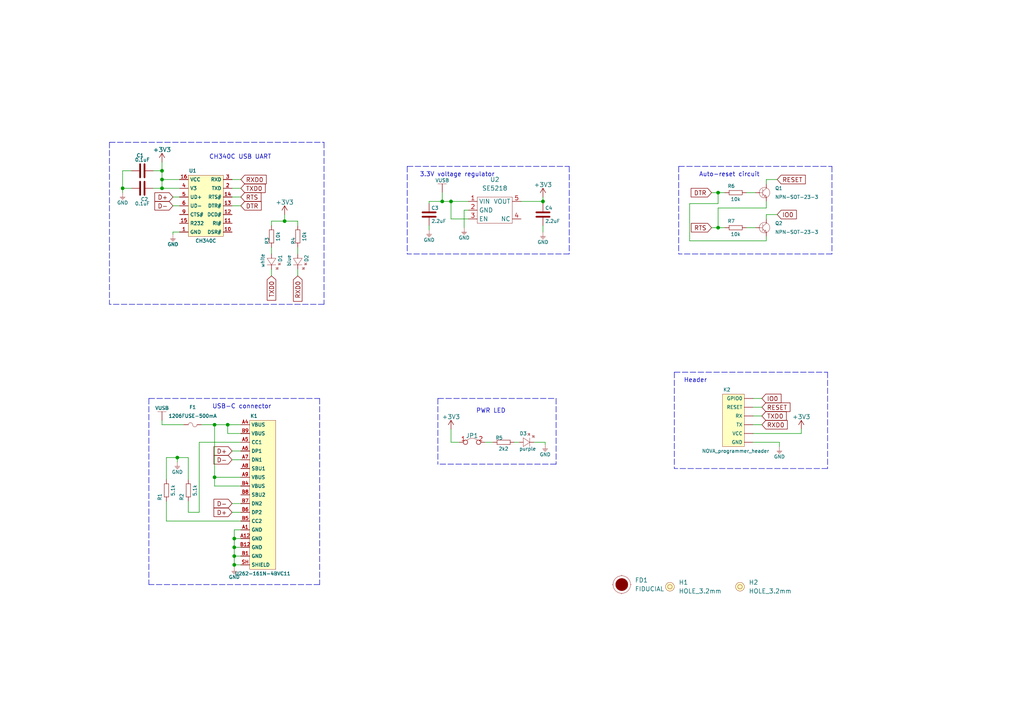
<source format=kicad_sch>
(kicad_sch (version 20210621) (generator eeschema)

  (uuid eed8867f-e677-4785-98d0-5fccc25e6319)

  (paper "A4")

  (title_block
    (title "NOVA programmer")
    (date "2021-04-16")
    (rev "v1.0.0.")
  )

  (lib_symbols
    (symbol "e-radionica.com schematics:0402LED" (pin_numbers hide) (pin_names (offset 0.254) hide) (in_bom yes) (on_board yes)
      (property "Reference" "D" (id 0) (at -0.635 2.54 0)
        (effects (font (size 1 1)))
      )
      (property "Value" "0402LED" (id 1) (at 0 -2.54 0)
        (effects (font (size 1 1)))
      )
      (property "Footprint" "e-radionica.com footprinti:0402LED" (id 2) (at 0 5.08 0)
        (effects (font (size 1 1)) hide)
      )
      (property "Datasheet" "" (id 3) (at 0 0 0)
        (effects (font (size 1 1)) hide)
      )
      (symbol "0402LED_0_1"
        (polyline
          (pts
            (xy -0.635 1.27)
            (xy 1.27 0)
          )
          (stroke (width 0.0006)) (fill (type none))
        )
        (polyline
          (pts
            (xy 0.635 1.905)
            (xy 1.27 2.54)
          )
          (stroke (width 0.0006)) (fill (type none))
        )
        (polyline
          (pts
            (xy 1.27 1.27)
            (xy 1.27 -1.27)
          )
          (stroke (width 0.0006)) (fill (type none))
        )
        (polyline
          (pts
            (xy 1.905 1.27)
            (xy 2.54 1.905)
          )
          (stroke (width 0.0006)) (fill (type none))
        )
        (polyline
          (pts
            (xy -0.635 1.27)
            (xy -0.635 -1.27)
            (xy 1.27 0)
          )
          (stroke (width 0.0006)) (fill (type none))
        )
        (polyline
          (pts
            (xy 1.27 2.54)
            (xy 0.635 2.54)
            (xy 1.27 1.905)
            (xy 1.27 2.54)
          )
          (stroke (width 0.0006)) (fill (type none))
        )
        (polyline
          (pts
            (xy 2.54 1.905)
            (xy 1.905 1.905)
            (xy 2.54 1.27)
            (xy 2.54 1.905)
          )
          (stroke (width 0.0006)) (fill (type none))
        )
      )
      (symbol "0402LED_1_1"
        (pin passive line (at -1.905 0 0) (length 1.27)
          (name "A" (effects (font (size 1.27 1.27))))
          (number "1" (effects (font (size 1.27 1.27))))
        )
        (pin passive line (at 2.54 0 180) (length 1.27)
          (name "K" (effects (font (size 1.27 1.27))))
          (number "2" (effects (font (size 1.27 1.27))))
        )
      )
    )
    (symbol "e-radionica.com schematics:0402LED_3" (pin_numbers hide) (pin_names (offset 0.254) hide) (in_bom yes) (on_board yes)
      (property "Reference" "D" (id 0) (at -0.635 2.54 0)
        (effects (font (size 1 1)))
      )
      (property "Value" "0402LED" (id 1) (at 0 -2.54 0)
        (effects (font (size 1 1)))
      )
      (property "Footprint" "e-radionica.com footprinti:0402LED" (id 2) (at 0 5.08 0)
        (effects (font (size 1 1)) hide)
      )
      (property "Datasheet" "" (id 3) (at 0 0 0)
        (effects (font (size 1 1)) hide)
      )
      (symbol "0402LED_3_0_1"
        (polyline
          (pts
            (xy -0.635 1.27)
            (xy 1.27 0)
          )
          (stroke (width 0.0006)) (fill (type none))
        )
        (polyline
          (pts
            (xy 0.635 1.905)
            (xy 1.27 2.54)
          )
          (stroke (width 0.0006)) (fill (type none))
        )
        (polyline
          (pts
            (xy 1.27 1.27)
            (xy 1.27 -1.27)
          )
          (stroke (width 0.0006)) (fill (type none))
        )
        (polyline
          (pts
            (xy 1.905 1.27)
            (xy 2.54 1.905)
          )
          (stroke (width 0.0006)) (fill (type none))
        )
        (polyline
          (pts
            (xy -0.635 1.27)
            (xy -0.635 -1.27)
            (xy 1.27 0)
          )
          (stroke (width 0.0006)) (fill (type none))
        )
        (polyline
          (pts
            (xy 1.27 2.54)
            (xy 0.635 2.54)
            (xy 1.27 1.905)
            (xy 1.27 2.54)
          )
          (stroke (width 0.0006)) (fill (type none))
        )
        (polyline
          (pts
            (xy 2.54 1.905)
            (xy 1.905 1.905)
            (xy 2.54 1.27)
            (xy 2.54 1.905)
          )
          (stroke (width 0.0006)) (fill (type none))
        )
      )
      (symbol "0402LED_3_1_1"
        (pin passive line (at -1.905 0 0) (length 1.27)
          (name "A" (effects (font (size 1.27 1.27))))
          (number "1" (effects (font (size 1.27 1.27))))
        )
        (pin passive line (at 2.54 0 180) (length 1.27)
          (name "K" (effects (font (size 1.27 1.27))))
          (number "2" (effects (font (size 1.27 1.27))))
        )
      )
    )
    (symbol "e-radionica.com schematics:0402R" (pin_numbers hide) (pin_names (offset 0.254)) (in_bom yes) (on_board yes)
      (property "Reference" "R" (id 0) (at -1.905 1.27 0)
        (effects (font (size 1 1)))
      )
      (property "Value" "0402R" (id 1) (at 0 -1.27 0)
        (effects (font (size 1 1)))
      )
      (property "Footprint" "e-radionica.com footprinti:0402R" (id 2) (at -2.54 1.905 0)
        (effects (font (size 1 1)) hide)
      )
      (property "Datasheet" "" (id 3) (at -2.54 1.905 0)
        (effects (font (size 1 1)) hide)
      )
      (symbol "0402R_0_1"
        (rectangle (start -1.905 -0.635) (end 1.905 -0.6604)
          (stroke (width 0.1)) (fill (type none))
        )
        (rectangle (start -1.905 0.635) (end -1.8796 -0.635)
          (stroke (width 0.1)) (fill (type none))
        )
        (rectangle (start -1.905 0.635) (end 1.905 0.6096)
          (stroke (width 0.1)) (fill (type none))
        )
        (rectangle (start 1.905 0.635) (end 1.9304 -0.635)
          (stroke (width 0.1)) (fill (type none))
        )
      )
      (symbol "0402R_1_1"
        (pin passive line (at -3.175 0 0) (length 1.27)
          (name "~" (effects (font (size 1.27 1.27))))
          (number "1" (effects (font (size 1.27 1.27))))
        )
        (pin passive line (at 3.175 0 180) (length 1.27)
          (name "~" (effects (font (size 1.27 1.27))))
          (number "2" (effects (font (size 1.27 1.27))))
        )
      )
    )
    (symbol "e-radionica.com schematics:0603C" (pin_numbers hide) (pin_names (offset 0.002)) (in_bom yes) (on_board yes)
      (property "Reference" "C" (id 0) (at -0.635 3.175 0)
        (effects (font (size 1 1)))
      )
      (property "Value" "0603C" (id 1) (at 0 -3.175 0)
        (effects (font (size 1 1)))
      )
      (property "Footprint" "e-radionica.com footprinti:0603C" (id 2) (at 0 0 0)
        (effects (font (size 1 1)) hide)
      )
      (property "Datasheet" "" (id 3) (at 0 0 0)
        (effects (font (size 1 1)) hide)
      )
      (symbol "0603C_0_1"
        (polyline
          (pts
            (xy -0.635 1.905)
            (xy -0.635 -1.905)
          )
          (stroke (width 0.5)) (fill (type none))
        )
        (polyline
          (pts
            (xy 0.635 1.905)
            (xy 0.635 -1.905)
          )
          (stroke (width 0.5)) (fill (type none))
        )
      )
      (symbol "0603C_1_1"
        (pin passive line (at -3.175 0 0) (length 2.54)
          (name "~" (effects (font (size 1.27 1.27))))
          (number "1" (effects (font (size 1.27 1.27))))
        )
        (pin passive line (at 3.175 0 180) (length 2.54)
          (name "~" (effects (font (size 1.27 1.27))))
          (number "2" (effects (font (size 1.27 1.27))))
        )
      )
    )
    (symbol "e-radionica.com schematics:0603C_4" (pin_numbers hide) (pin_names (offset 0.002)) (in_bom yes) (on_board yes)
      (property "Reference" "C" (id 0) (at -0.635 3.175 0)
        (effects (font (size 1 1)))
      )
      (property "Value" "0603C" (id 1) (at 0 -3.175 0)
        (effects (font (size 1 1)))
      )
      (property "Footprint" "e-radionica.com footprinti:0603C" (id 2) (at 0 0 0)
        (effects (font (size 1 1)) hide)
      )
      (property "Datasheet" "" (id 3) (at 0 0 0)
        (effects (font (size 1 1)) hide)
      )
      (symbol "0603C_4_0_1"
        (polyline
          (pts
            (xy -0.635 1.905)
            (xy -0.635 -1.905)
          )
          (stroke (width 0.5)) (fill (type none))
        )
        (polyline
          (pts
            (xy 0.635 1.905)
            (xy 0.635 -1.905)
          )
          (stroke (width 0.5)) (fill (type none))
        )
      )
      (symbol "0603C_4_1_1"
        (pin passive line (at -3.175 0 0) (length 2.54)
          (name "~" (effects (font (size 1.27 1.27))))
          (number "1" (effects (font (size 1.27 1.27))))
        )
        (pin passive line (at 3.175 0 180) (length 2.54)
          (name "~" (effects (font (size 1.27 1.27))))
          (number "2" (effects (font (size 1.27 1.27))))
        )
      )
    )
    (symbol "e-radionica.com schematics:0603C_5" (pin_numbers hide) (pin_names (offset 0.002)) (in_bom yes) (on_board yes)
      (property "Reference" "C" (id 0) (at -0.635 3.175 0)
        (effects (font (size 1 1)))
      )
      (property "Value" "0603C" (id 1) (at 0 -3.175 0)
        (effects (font (size 1 1)))
      )
      (property "Footprint" "e-radionica.com footprinti:0603C" (id 2) (at 0 0 0)
        (effects (font (size 1 1)) hide)
      )
      (property "Datasheet" "" (id 3) (at 0 0 0)
        (effects (font (size 1 1)) hide)
      )
      (symbol "0603C_5_0_1"
        (polyline
          (pts
            (xy -0.635 1.905)
            (xy -0.635 -1.905)
          )
          (stroke (width 0.5)) (fill (type none))
        )
        (polyline
          (pts
            (xy 0.635 1.905)
            (xy 0.635 -1.905)
          )
          (stroke (width 0.5)) (fill (type none))
        )
      )
      (symbol "0603C_5_1_1"
        (pin passive line (at -3.175 0 0) (length 2.54)
          (name "~" (effects (font (size 1.27 1.27))))
          (number "1" (effects (font (size 1.27 1.27))))
        )
        (pin passive line (at 3.175 0 180) (length 2.54)
          (name "~" (effects (font (size 1.27 1.27))))
          (number "2" (effects (font (size 1.27 1.27))))
        )
      )
    )
    (symbol "e-radionica.com schematics:0603R" (pin_numbers hide) (pin_names (offset 0.254)) (in_bom yes) (on_board yes)
      (property "Reference" "R" (id 0) (at -1.905 1.905 0)
        (effects (font (size 1 1)))
      )
      (property "Value" "0603R" (id 1) (at 0 -1.905 0)
        (effects (font (size 1 1)))
      )
      (property "Footprint" "e-radionica.com footprinti:0603R" (id 2) (at -0.635 1.905 0)
        (effects (font (size 1 1)) hide)
      )
      (property "Datasheet" "" (id 3) (at -0.635 1.905 0)
        (effects (font (size 1 1)) hide)
      )
      (symbol "0603R_0_1"
        (rectangle (start -1.905 -0.635) (end 1.905 -0.6604)
          (stroke (width 0.1)) (fill (type none))
        )
        (rectangle (start -1.905 0.635) (end -1.8796 -0.635)
          (stroke (width 0.1)) (fill (type none))
        )
        (rectangle (start -1.905 0.635) (end 1.905 0.6096)
          (stroke (width 0.1)) (fill (type none))
        )
        (rectangle (start 1.905 0.635) (end 1.9304 -0.635)
          (stroke (width 0.1)) (fill (type none))
        )
      )
      (symbol "0603R_1_1"
        (pin passive line (at -3.175 0 0) (length 1.27)
          (name "~" (effects (font (size 1.27 1.27))))
          (number "1" (effects (font (size 1.27 1.27))))
        )
        (pin passive line (at 3.175 0 180) (length 1.27)
          (name "~" (effects (font (size 1.27 1.27))))
          (number "2" (effects (font (size 1.27 1.27))))
        )
      )
    )
    (symbol "e-radionica.com schematics:0603R_1" (pin_numbers hide) (pin_names (offset 0.254)) (in_bom yes) (on_board yes)
      (property "Reference" "R" (id 0) (at -1.905 1.905 0)
        (effects (font (size 1 1)))
      )
      (property "Value" "0603R" (id 1) (at 0 -1.905 0)
        (effects (font (size 1 1)))
      )
      (property "Footprint" "e-radionica.com footprinti:0603R" (id 2) (at -0.635 1.905 0)
        (effects (font (size 1 1)) hide)
      )
      (property "Datasheet" "" (id 3) (at -0.635 1.905 0)
        (effects (font (size 1 1)) hide)
      )
      (symbol "0603R_1_0_1"
        (rectangle (start -1.905 -0.635) (end 1.905 -0.6604)
          (stroke (width 0.1)) (fill (type none))
        )
        (rectangle (start -1.905 0.635) (end -1.8796 -0.635)
          (stroke (width 0.1)) (fill (type none))
        )
        (rectangle (start -1.905 0.635) (end 1.905 0.6096)
          (stroke (width 0.1)) (fill (type none))
        )
        (rectangle (start 1.905 0.635) (end 1.9304 -0.635)
          (stroke (width 0.1)) (fill (type none))
        )
      )
      (symbol "0603R_1_1_1"
        (pin passive line (at -3.175 0 0) (length 1.27)
          (name "~" (effects (font (size 1.27 1.27))))
          (number "1" (effects (font (size 1.27 1.27))))
        )
        (pin passive line (at 3.175 0 180) (length 1.27)
          (name "~" (effects (font (size 1.27 1.27))))
          (number "2" (effects (font (size 1.27 1.27))))
        )
      )
    )
    (symbol "e-radionica.com schematics:0603R_2" (pin_numbers hide) (pin_names (offset 0.254)) (in_bom yes) (on_board yes)
      (property "Reference" "R" (id 0) (at -1.905 1.905 0)
        (effects (font (size 1 1)))
      )
      (property "Value" "0603R" (id 1) (at 0 -1.905 0)
        (effects (font (size 1 1)))
      )
      (property "Footprint" "e-radionica.com footprinti:0603R" (id 2) (at -0.635 1.905 0)
        (effects (font (size 1 1)) hide)
      )
      (property "Datasheet" "" (id 3) (at -0.635 1.905 0)
        (effects (font (size 1 1)) hide)
      )
      (symbol "0603R_2_0_1"
        (rectangle (start -1.905 -0.635) (end 1.905 -0.6604)
          (stroke (width 0.1)) (fill (type none))
        )
        (rectangle (start -1.905 0.635) (end -1.8796 -0.635)
          (stroke (width 0.1)) (fill (type none))
        )
        (rectangle (start -1.905 0.635) (end 1.905 0.6096)
          (stroke (width 0.1)) (fill (type none))
        )
        (rectangle (start 1.905 0.635) (end 1.9304 -0.635)
          (stroke (width 0.1)) (fill (type none))
        )
      )
      (symbol "0603R_2_1_1"
        (pin passive line (at -3.175 0 0) (length 1.27)
          (name "~" (effects (font (size 1.27 1.27))))
          (number "1" (effects (font (size 1.27 1.27))))
        )
        (pin passive line (at 3.175 0 180) (length 1.27)
          (name "~" (effects (font (size 1.27 1.27))))
          (number "2" (effects (font (size 1.27 1.27))))
        )
      )
    )
    (symbol "e-radionica.com schematics:1206FUSE" (pin_numbers hide) (pin_names hide) (in_bom yes) (on_board yes)
      (property "Reference" "F" (id 0) (at -1.27 1.905 0)
        (effects (font (size 1 1)))
      )
      (property "Value" "1206FUSE" (id 1) (at 0 -1.905 0)
        (effects (font (size 1 1)))
      )
      (property "Footprint" "e-radionica.com footprinti:1206FUSE" (id 2) (at 0 0 0)
        (effects (font (size 1 1)) hide)
      )
      (property "Datasheet" "" (id 3) (at 0 0 0)
        (effects (font (size 1 1)) hide)
      )
      (symbol "1206FUSE_0_1"
        (arc (start -1.27 0) (end 0 0) (radius (at -0.635 -0.0391) (length 0.6362) (angles 176.5 3.5))
          (stroke (width 0.0006)) (fill (type none))
        )
        (arc (start 0 0) (end 1.27 0) (radius (at 0.635 0.0113) (length 0.6351) (angles -179 -1))
          (stroke (width 0.0006)) (fill (type none))
        )
      )
      (symbol "1206FUSE_1_1"
        (pin passive line (at -2.54 0 0) (length 1.27)
          (name "~" (effects (font (size 1 1))))
          (number "1" (effects (font (size 1 1))))
        )
        (pin passive line (at 2.54 0 180) (length 1.27)
          (name "~" (effects (font (size 1 1))))
          (number "2" (effects (font (size 1 1))))
        )
      )
    )
    (symbol "e-radionica.com schematics:CH340C" (in_bom yes) (on_board yes)
      (property "Reference" "U" (id 0) (at -3.81 10.16 0)
        (effects (font (size 1 1)))
      )
      (property "Value" "CH340C" (id 1) (at 0 -10.16 0)
        (effects (font (size 1 1)))
      )
      (property "Footprint" "e-radionica.com footprinti:SOP-16" (id 2) (at 0 0 0)
        (effects (font (size 1 1)) hide)
      )
      (property "Datasheet" "" (id 3) (at 0 0 0)
        (effects (font (size 1 1)) hide)
      )
      (symbol "CH340C_0_1"
        (rectangle (start -5.08 8.89) (end 5.08 -8.89)
          (stroke (width 0.001)) (fill (type background))
        )
      )
      (symbol "CH340C_1_1"
        (pin passive line (at -7.62 -7.62 0) (length 2.54)
          (name "GND" (effects (font (size 1 1))))
          (number "1" (effects (font (size 1 1))))
        )
        (pin passive line (at 7.62 -7.62 180) (length 2.54)
          (name "DSR#" (effects (font (size 1 1))))
          (number "10" (effects (font (size 1 1))))
        )
        (pin passive line (at 7.62 -5.08 180) (length 2.54)
          (name "RI#" (effects (font (size 1 1))))
          (number "11" (effects (font (size 1 1))))
        )
        (pin passive line (at 7.62 -2.54 180) (length 2.54)
          (name "DCD#" (effects (font (size 1 1))))
          (number "12" (effects (font (size 1 1))))
        )
        (pin passive line (at 7.62 0 180) (length 2.54)
          (name "DTR#" (effects (font (size 1 1))))
          (number "13" (effects (font (size 1 1))))
        )
        (pin passive line (at 7.62 2.54 180) (length 2.54)
          (name "RTS#" (effects (font (size 1 1))))
          (number "14" (effects (font (size 1 1))))
        )
        (pin passive line (at -7.62 -5.08 0) (length 2.54)
          (name "R232" (effects (font (size 1 1))))
          (number "15" (effects (font (size 1 1))))
        )
        (pin passive line (at -7.62 7.62 0) (length 2.54)
          (name "VCC" (effects (font (size 1 1))))
          (number "16" (effects (font (size 1 1))))
        )
        (pin passive line (at 7.62 5.08 180) (length 2.54)
          (name "TXD" (effects (font (size 1 1))))
          (number "2" (effects (font (size 1 1))))
        )
        (pin passive line (at 7.62 7.62 180) (length 2.54)
          (name "RXD" (effects (font (size 1 1))))
          (number "3" (effects (font (size 1 1))))
        )
        (pin passive line (at -7.62 5.08 0) (length 2.54)
          (name "V3" (effects (font (size 1 1))))
          (number "4" (effects (font (size 1 1))))
        )
        (pin passive line (at -7.62 2.54 0) (length 2.54)
          (name "UD+" (effects (font (size 1 1))))
          (number "5" (effects (font (size 1 1))))
        )
        (pin passive line (at -7.62 0 0) (length 2.54)
          (name "UD-" (effects (font (size 1 1))))
          (number "6" (effects (font (size 1 1))))
        )
        (pin passive line (at -7.62 -2.54 0) (length 2.54)
          (name "CTS#" (effects (font (size 1 1))))
          (number "9" (effects (font (size 1 1))))
        )
      )
    )
    (symbol "e-radionica.com schematics:FIDUCIAL" (in_bom no) (on_board yes)
      (property "Reference" "FD" (id 0) (at 0 3.81 0)
        (effects (font (size 1.27 1.27)))
      )
      (property "Value" "FIDUCIAL" (id 1) (at 0 -3.81 0)
        (effects (font (size 1.27 1.27)))
      )
      (property "Footprint" "e-radionica.com footprinti:FIDUCIAL_23" (id 2) (at 0.254 -5.334 0)
        (effects (font (size 1.27 1.27)) hide)
      )
      (property "Datasheet" "" (id 3) (at 0 0 0)
        (effects (font (size 1.27 1.27)) hide)
      )
      (symbol "FIDUCIAL_0_1"
        (circle (center 0 0) (radius 2.54) (stroke (width 0.0006)) (fill (type none)))
        (circle (center 0 0) (radius 1.7961) (stroke (width 0.001)) (fill (type outline)))
        (polyline
          (pts
            (xy -2.54 0)
            (xy -2.794 0)
          )
          (stroke (width 0.0006)) (fill (type none))
        )
        (polyline
          (pts
            (xy 0 -2.54)
            (xy 0 -2.794)
          )
          (stroke (width 0.0006)) (fill (type none))
        )
        (polyline
          (pts
            (xy 0 2.54)
            (xy 0 2.794)
          )
          (stroke (width 0.0006)) (fill (type none))
        )
        (polyline
          (pts
            (xy 2.54 0)
            (xy 2.794 0)
          )
          (stroke (width 0.0006)) (fill (type none))
        )
      )
    )
    (symbol "e-radionica.com schematics:GND_1" (power) (pin_names (offset 0)) (in_bom yes) (on_board yes)
      (property "Reference" "#PWR" (id 0) (at 4.445 0 0)
        (effects (font (size 1 1)) hide)
      )
      (property "Value" "GND" (id 1) (at 0 -2.921 0)
        (effects (font (size 1 1)))
      )
      (property "Footprint" "" (id 2) (at 4.445 3.81 0)
        (effects (font (size 1 1)) hide)
      )
      (property "Datasheet" "" (id 3) (at 4.445 3.81 0)
        (effects (font (size 1 1)) hide)
      )
      (property "ki_keywords" "power-flag" (id 4) (at 0 0 0)
        (effects (font (size 1.27 1.27)) hide)
      )
      (property "ki_description" "Power symbol creates a global label with name \"+3V3\"" (id 5) (at 0 0 0)
        (effects (font (size 1.27 1.27)) hide)
      )
      (symbol "GND_1_0_1"
        (polyline
          (pts
            (xy -0.762 -1.27)
            (xy 0.762 -1.27)
          )
          (stroke (width 0.0006)) (fill (type none))
        )
        (polyline
          (pts
            (xy -0.635 -1.524)
            (xy 0.635 -1.524)
          )
          (stroke (width 0.0006)) (fill (type none))
        )
        (polyline
          (pts
            (xy -0.381 -1.778)
            (xy 0.381 -1.778)
          )
          (stroke (width 0.0006)) (fill (type none))
        )
        (polyline
          (pts
            (xy -0.127 -2.032)
            (xy 0.127 -2.032)
          )
          (stroke (width 0.0006)) (fill (type none))
        )
        (polyline
          (pts
            (xy 0 0)
            (xy 0 -1.27)
          )
          (stroke (width 0.0006)) (fill (type none))
        )
      )
      (symbol "GND_1_1_1"
        (pin power_in line (at 0 0 270) (length 0) hide
          (name "GND" (effects (font (size 1.27 1.27))))
          (number "1" (effects (font (size 1.27 1.27))))
        )
      )
    )
    (symbol "e-radionica.com schematics:GND_2" (power) (pin_names (offset 0)) (in_bom yes) (on_board yes)
      (property "Reference" "#PWR" (id 0) (at 4.445 0 0)
        (effects (font (size 1 1)) hide)
      )
      (property "Value" "GND" (id 1) (at 0 -2.921 0)
        (effects (font (size 1 1)))
      )
      (property "Footprint" "" (id 2) (at 4.445 3.81 0)
        (effects (font (size 1 1)) hide)
      )
      (property "Datasheet" "" (id 3) (at 4.445 3.81 0)
        (effects (font (size 1 1)) hide)
      )
      (property "ki_keywords" "power-flag" (id 4) (at 0 0 0)
        (effects (font (size 1.27 1.27)) hide)
      )
      (property "ki_description" "Power symbol creates a global label with name \"+3V3\"" (id 5) (at 0 0 0)
        (effects (font (size 1.27 1.27)) hide)
      )
      (symbol "GND_2_0_1"
        (polyline
          (pts
            (xy -0.762 -1.27)
            (xy 0.762 -1.27)
          )
          (stroke (width 0.0006)) (fill (type none))
        )
        (polyline
          (pts
            (xy -0.635 -1.524)
            (xy 0.635 -1.524)
          )
          (stroke (width 0.0006)) (fill (type none))
        )
        (polyline
          (pts
            (xy -0.381 -1.778)
            (xy 0.381 -1.778)
          )
          (stroke (width 0.0006)) (fill (type none))
        )
        (polyline
          (pts
            (xy -0.127 -2.032)
            (xy 0.127 -2.032)
          )
          (stroke (width 0.0006)) (fill (type none))
        )
        (polyline
          (pts
            (xy 0 0)
            (xy 0 -1.27)
          )
          (stroke (width 0.0006)) (fill (type none))
        )
      )
      (symbol "GND_2_1_1"
        (pin power_in line (at 0 0 270) (length 0) hide
          (name "GND" (effects (font (size 1.27 1.27))))
          (number "1" (effects (font (size 1.27 1.27))))
        )
      )
    )
    (symbol "e-radionica.com schematics:GND_3" (power) (pin_names (offset 0)) (in_bom yes) (on_board yes)
      (property "Reference" "#PWR" (id 0) (at 4.445 0 0)
        (effects (font (size 1 1)) hide)
      )
      (property "Value" "GND" (id 1) (at 0 -2.921 0)
        (effects (font (size 1 1)))
      )
      (property "Footprint" "" (id 2) (at 4.445 3.81 0)
        (effects (font (size 1 1)) hide)
      )
      (property "Datasheet" "" (id 3) (at 4.445 3.81 0)
        (effects (font (size 1 1)) hide)
      )
      (property "ki_keywords" "power-flag" (id 4) (at 0 0 0)
        (effects (font (size 1.27 1.27)) hide)
      )
      (property "ki_description" "Power symbol creates a global label with name \"+3V3\"" (id 5) (at 0 0 0)
        (effects (font (size 1.27 1.27)) hide)
      )
      (symbol "GND_3_0_1"
        (polyline
          (pts
            (xy -0.762 -1.27)
            (xy 0.762 -1.27)
          )
          (stroke (width 0.0006)) (fill (type none))
        )
        (polyline
          (pts
            (xy -0.635 -1.524)
            (xy 0.635 -1.524)
          )
          (stroke (width 0.0006)) (fill (type none))
        )
        (polyline
          (pts
            (xy -0.381 -1.778)
            (xy 0.381 -1.778)
          )
          (stroke (width 0.0006)) (fill (type none))
        )
        (polyline
          (pts
            (xy -0.127 -2.032)
            (xy 0.127 -2.032)
          )
          (stroke (width 0.0006)) (fill (type none))
        )
        (polyline
          (pts
            (xy 0 0)
            (xy 0 -1.27)
          )
          (stroke (width 0.0006)) (fill (type none))
        )
      )
      (symbol "GND_3_1_1"
        (pin power_in line (at 0 0 270) (length 0) hide
          (name "GND" (effects (font (size 1.27 1.27))))
          (number "1" (effects (font (size 1.27 1.27))))
        )
      )
    )
    (symbol "e-radionica.com schematics:GND_5" (power) (pin_names (offset 0)) (in_bom yes) (on_board yes)
      (property "Reference" "#PWR" (id 0) (at 4.445 0 0)
        (effects (font (size 1 1)) hide)
      )
      (property "Value" "GND" (id 1) (at 0 -2.921 0)
        (effects (font (size 1 1)))
      )
      (property "Footprint" "" (id 2) (at 4.445 3.81 0)
        (effects (font (size 1 1)) hide)
      )
      (property "Datasheet" "" (id 3) (at 4.445 3.81 0)
        (effects (font (size 1 1)) hide)
      )
      (property "ki_keywords" "power-flag" (id 4) (at 0 0 0)
        (effects (font (size 1.27 1.27)) hide)
      )
      (property "ki_description" "Power symbol creates a global label with name \"+3V3\"" (id 5) (at 0 0 0)
        (effects (font (size 1.27 1.27)) hide)
      )
      (symbol "GND_5_0_1"
        (polyline
          (pts
            (xy -0.762 -1.27)
            (xy 0.762 -1.27)
          )
          (stroke (width 0.0006)) (fill (type none))
        )
        (polyline
          (pts
            (xy -0.635 -1.524)
            (xy 0.635 -1.524)
          )
          (stroke (width 0.0006)) (fill (type none))
        )
        (polyline
          (pts
            (xy -0.381 -1.778)
            (xy 0.381 -1.778)
          )
          (stroke (width 0.0006)) (fill (type none))
        )
        (polyline
          (pts
            (xy -0.127 -2.032)
            (xy 0.127 -2.032)
          )
          (stroke (width 0.0006)) (fill (type none))
        )
        (polyline
          (pts
            (xy 0 0)
            (xy 0 -1.27)
          )
          (stroke (width 0.0006)) (fill (type none))
        )
      )
      (symbol "GND_5_1_1"
        (pin power_in line (at 0 0 270) (length 0) hide
          (name "GND" (effects (font (size 1.27 1.27))))
          (number "1" (effects (font (size 1.27 1.27))))
        )
      )
    )
    (symbol "e-radionica.com schematics:GND_7" (power) (pin_names (offset 0)) (in_bom yes) (on_board yes)
      (property "Reference" "#PWR" (id 0) (at 4.445 0 0)
        (effects (font (size 1 1)) hide)
      )
      (property "Value" "GND" (id 1) (at 0 -2.921 0)
        (effects (font (size 1 1)))
      )
      (property "Footprint" "" (id 2) (at 4.445 3.81 0)
        (effects (font (size 1 1)) hide)
      )
      (property "Datasheet" "" (id 3) (at 4.445 3.81 0)
        (effects (font (size 1 1)) hide)
      )
      (property "ki_keywords" "power-flag" (id 4) (at 0 0 0)
        (effects (font (size 1.27 1.27)) hide)
      )
      (property "ki_description" "Power symbol creates a global label with name \"+3V3\"" (id 5) (at 0 0 0)
        (effects (font (size 1.27 1.27)) hide)
      )
      (symbol "GND_7_0_1"
        (polyline
          (pts
            (xy -0.762 -1.27)
            (xy 0.762 -1.27)
          )
          (stroke (width 0.0006)) (fill (type none))
        )
        (polyline
          (pts
            (xy -0.635 -1.524)
            (xy 0.635 -1.524)
          )
          (stroke (width 0.0006)) (fill (type none))
        )
        (polyline
          (pts
            (xy -0.381 -1.778)
            (xy 0.381 -1.778)
          )
          (stroke (width 0.0006)) (fill (type none))
        )
        (polyline
          (pts
            (xy -0.127 -2.032)
            (xy 0.127 -2.032)
          )
          (stroke (width 0.0006)) (fill (type none))
        )
        (polyline
          (pts
            (xy 0 0)
            (xy 0 -1.27)
          )
          (stroke (width 0.0006)) (fill (type none))
        )
      )
      (symbol "GND_7_1_1"
        (pin power_in line (at 0 0 270) (length 0) hide
          (name "GND" (effects (font (size 1.27 1.27))))
          (number "1" (effects (font (size 1.27 1.27))))
        )
      )
    )
    (symbol "e-radionica.com schematics:HOLE_3.2mm" (pin_numbers hide) (pin_names hide) (in_bom yes) (on_board yes)
      (property "Reference" "H" (id 0) (at 0 2.54 0)
        (effects (font (size 1.27 1.27)))
      )
      (property "Value" "HOLE_3.2mm" (id 1) (at 0 -2.54 0)
        (effects (font (size 1.27 1.27)))
      )
      (property "Footprint" "e-radionica.com footprinti:HOLE_3.2mm" (id 2) (at 0 0 0)
        (effects (font (size 1.27 1.27)) hide)
      )
      (property "Datasheet" "" (id 3) (at 0 0 0)
        (effects (font (size 1.27 1.27)) hide)
      )
      (symbol "HOLE_3.2mm_0_1"
        (circle (center 0 0) (radius 0.635) (stroke (width 0.0006)) (fill (type none)))
        (circle (center 0 0) (radius 1.27) (stroke (width 0.001)) (fill (type background)))
      )
    )
    (symbol "e-radionica.com schematics:NOVA_programmer_header" (pin_numbers hide) (in_bom yes) (on_board yes)
      (property "Reference" "K" (id 0) (at 0.635 8.89 0)
        (effects (font (size 1 1)))
      )
      (property "Value" "NOVA_programmer_header" (id 1) (at 2.54 -8.89 0)
        (effects (font (size 1 1)))
      )
      (property "Footprint" "e-radionica.com footprinti:HEADER_MALE_6X1" (id 2) (at 0 -10.16 0)
        (effects (font (size 1 1)) hide)
      )
      (property "Datasheet" "" (id 3) (at 1.27 -1.27 0)
        (effects (font (size 1 1)) hide)
      )
      (symbol "NOVA_programmer_header_0_1"
        (rectangle (start -3.81 7.62) (end 2.54 -7.62)
          (stroke (width 0.001)) (fill (type background))
        )
      )
      (symbol "NOVA_programmer_header_1_1"
        (pin passive line (at 5.08 -6.35 180) (length 2.54)
          (name "GND" (effects (font (size 0.991 0.991))))
          (number "1" (effects (font (size 0.991 0.991))))
        )
        (pin passive line (at 5.08 -3.81 180) (length 2.54)
          (name "VCC" (effects (font (size 0.991 0.991))))
          (number "2" (effects (font (size 0.991 0.991))))
        )
        (pin passive line (at 5.08 -1.27 180) (length 2.54)
          (name "TX" (effects (font (size 0.991 0.991))))
          (number "3" (effects (font (size 0.991 0.991))))
        )
        (pin passive line (at 5.08 1.27 180) (length 2.54)
          (name "RX" (effects (font (size 0.991 0.991))))
          (number "4" (effects (font (size 0.991 0.991))))
        )
        (pin passive line (at 5.08 3.81 180) (length 2.54)
          (name "RESET" (effects (font (size 0.991 0.991))))
          (number "5" (effects (font (size 0.991 0.991))))
        )
        (pin passive line (at 5.08 6.35 180) (length 2.54)
          (name "GPIO0" (effects (font (size 0.991 0.991))))
          (number "6" (effects (font (size 0.991 0.991))))
        )
      )
    )
    (symbol "e-radionica.com schematics:NPN-SOT-23-3" (pin_numbers hide) (pin_names hide) (in_bom yes) (on_board yes)
      (property "Reference" "Q" (id 0) (at -2.286 2.921 0)
        (effects (font (size 1 1)))
      )
      (property "Value" "NPN-SOT-23-3" (id 1) (at 0 -3.81 0)
        (effects (font (size 1 1)))
      )
      (property "Footprint" "e-radionica.com footprinti:SOT-23-3" (id 2) (at 0 0 0)
        (effects (font (size 1 1)) hide)
      )
      (property "Datasheet" "" (id 3) (at 0 0 0)
        (effects (font (size 1 1)) hide)
      )
      (symbol "NPN-SOT-23-3_0_1"
        (circle (center -0.508 0) (radius 1.524) (stroke (width 0.0006)) (fill (type none)))
        (polyline
          (pts
            (xy -2.032 0)
            (xy -1.016 0)
          )
          (stroke (width 0.0006)) (fill (type none))
        )
        (polyline
          (pts
            (xy -1.016 -0.381)
            (xy -0.4064 -0.9144)
          )
          (stroke (width 0.1)) (fill (type none))
        )
        (polyline
          (pts
            (xy -1.016 0.381)
            (xy 0 1.27)
          )
          (stroke (width 0.0006)) (fill (type none))
        )
        (polyline
          (pts
            (xy -1.016 1.016)
            (xy -1.016 -1.016)
          )
          (stroke (width 0.0006)) (fill (type none))
        )
        (polyline
          (pts
            (xy -0.6096 -1.1684)
            (xy -0.2032 -0.6604)
            (xy 0 -1.27)
            (xy -0.6096 -1.1684)
          )
          (stroke (width 0.0006)) (fill (type none))
        )
      )
      (symbol "NPN-SOT-23-3_1_1"
        (pin passive line (at -3.175 0 0) (length 1.27)
          (name "B" (effects (font (size 1 1))))
          (number "1" (effects (font (size 1 1))))
        )
        (pin passive line (at 0 -2.54 90) (length 1.27)
          (name "E" (effects (font (size 1 1))))
          (number "2" (effects (font (size 1 1))))
        )
        (pin passive line (at 0 2.54 270) (length 1.27)
          (name "C" (effects (font (size 1 1))))
          (number "3" (effects (font (size 1 1))))
        )
      )
    )
    (symbol "e-radionica.com schematics:SE5218" (in_bom yes) (on_board yes)
      (property "Reference" "U" (id 0) (at -3.81 5.08 0)
        (effects (font (size 1.27 1.27)))
      )
      (property "Value" "SE5218" (id 1) (at 0 -5.08 0)
        (effects (font (size 1.27 1.27)))
      )
      (property "Footprint" "e-radionica.com footprinti:SOT-23-5" (id 2) (at 0 0 0)
        (effects (font (size 1.27 1.27)) hide)
      )
      (property "Datasheet" "" (id 3) (at 0 0 0)
        (effects (font (size 1.27 1.27)) hide)
      )
      (symbol "SE5218_0_1"
        (rectangle (start -5.08 3.81) (end 5.08 -3.81)
          (stroke (width 0.0006)) (fill (type none))
        )
      )
      (symbol "SE5218_1_1"
        (pin power_in line (at -7.62 2.54 0) (length 2.54)
          (name "VIN" (effects (font (size 1.27 1.27))))
          (number "1" (effects (font (size 1.27 1.27))))
        )
        (pin power_in line (at -7.62 0 0) (length 2.54)
          (name "GND" (effects (font (size 1.27 1.27))))
          (number "2" (effects (font (size 1.27 1.27))))
        )
        (pin input line (at -7.62 -2.54 0) (length 2.54)
          (name "EN" (effects (font (size 1.27 1.27))))
          (number "3" (effects (font (size 1.27 1.27))))
        )
        (pin passive line (at 7.62 -2.54 180) (length 2.54)
          (name "NC" (effects (font (size 1.27 1.27))))
          (number "4" (effects (font (size 1.27 1.27))))
        )
        (pin power_out line (at 7.62 2.54 180) (length 2.54)
          (name "VOUT" (effects (font (size 1.27 1.27))))
          (number "5" (effects (font (size 1.27 1.27))))
        )
      )
    )
    (symbol "e-radionica.com schematics:SMD-JUMPER-CONNECTED_TRACE_SLODERMASK" (in_bom yes) (on_board yes)
      (property "Reference" "JP" (id 0) (at 0 3.556 0)
        (effects (font (size 1.27 1.27)))
      )
      (property "Value" "SMD-JUMPER-CONNECTED_TRACE_SLODERMASK" (id 1) (at 0 -2.54 0)
        (effects (font (size 1.27 1.27)))
      )
      (property "Footprint" "e-radionica.com footprinti:SMD-JUMPER-CONNECTED_TRACE_SLODERMASK" (id 2) (at 0 -5.715 0)
        (effects (font (size 1.27 1.27)) hide)
      )
      (property "Datasheet" "" (id 3) (at 0 0 0)
        (effects (font (size 1.27 1.27)) hide)
      )
      (symbol "SMD-JUMPER-CONNECTED_TRACE_SLODERMASK_0_1"
        (arc (start -1.8034 0.5588) (end 1.397 0.5842) (radius (at -0.1875 -1.4124) (length 2.5489) (angles 129.3 51.6))
          (stroke (width 0.0006)) (fill (type none))
        )
      )
      (symbol "SMD-JUMPER-CONNECTED_TRACE_SLODERMASK_1_1"
        (pin passive inverted (at -4.064 0 0) (length 2.54)
          (name "" (effects (font (size 1.27 1.27))))
          (number "1" (effects (font (size 1.27 1.27))))
        )
        (pin passive inverted (at 3.556 0 180) (length 2.54)
          (name "" (effects (font (size 1.27 1.27))))
          (number "2" (effects (font (size 1.27 1.27))))
        )
      )
    )
    (symbol "e-radionica.com schematics:U262-161N-4BVC11" (in_bom yes) (on_board yes)
      (property "Reference" "K" (id 0) (at 0 22.86 0)
        (effects (font (size 1 1)))
      )
      (property "Value" "U262-161N-4BVC11" (id 1) (at 2.54 -22.86 0)
        (effects (font (size 1 1)))
      )
      (property "Footprint" "e-radionica.com footprinti:U262-161N-4BVC11" (id 2) (at 1.27 -3.81 0)
        (effects (font (size 1 1)) hide)
      )
      (property "Datasheet" "" (id 3) (at 1.27 -3.81 0)
        (effects (font (size 1 1)) hide)
      )
      (property "ki_keywords" "USBC USB-C USB" (id 4) (at 0 0 0)
        (effects (font (size 1.27 1.27)) hide)
      )
      (symbol "U262-161N-4BVC11_0_1"
        (rectangle (start -1.27 21.59) (end 6.35 -21.59)
          (stroke (width 0.001)) (fill (type background))
        )
      )
      (symbol "U262-161N-4BVC11_1_1"
        (pin passive line (at -3.81 -10.16 0) (length 2.54)
          (name "GND" (effects (font (size 1 1))))
          (number "A1" (effects (font (size 1 1))))
        )
        (pin passive line (at -3.81 -12.7 0) (length 2.54)
          (name "GND" (effects (font (size 1 1))))
          (number "A12" (effects (font (size 1 1))))
        )
        (pin passive line (at -3.81 20.32 0) (length 2.54)
          (name "VBUS" (effects (font (size 1 1))))
          (number "A4" (effects (font (size 1 1))))
        )
        (pin passive line (at -3.81 15.24 0) (length 2.54)
          (name "CC1" (effects (font (size 1 1))))
          (number "A5" (effects (font (size 1 1))))
        )
        (pin passive line (at -3.81 12.7 0) (length 2.54)
          (name "DP1" (effects (font (size 1 1))))
          (number "A6" (effects (font (size 1 1))))
        )
        (pin passive line (at -3.81 10.16 0) (length 2.54)
          (name "DN1" (effects (font (size 1 1))))
          (number "A7" (effects (font (size 1 1))))
        )
        (pin passive line (at -3.81 7.62 0) (length 2.54)
          (name "SBU1" (effects (font (size 1 1))))
          (number "A8" (effects (font (size 1 1))))
        )
        (pin passive line (at -3.81 5.08 0) (length 2.54)
          (name "VBUS" (effects (font (size 1 1))))
          (number "A9" (effects (font (size 1 1))))
        )
        (pin passive line (at -3.81 -17.78 0) (length 2.54)
          (name "GND" (effects (font (size 1 1))))
          (number "B1" (effects (font (size 1 1))))
        )
        (pin passive line (at -3.81 -15.24 0) (length 2.54)
          (name "GND" (effects (font (size 1 1))))
          (number "B12" (effects (font (size 1 1))))
        )
        (pin passive line (at -3.81 2.54 0) (length 2.54)
          (name "VBUS" (effects (font (size 1 1))))
          (number "B4" (effects (font (size 1 1))))
        )
        (pin passive line (at -3.81 -7.62 0) (length 2.54)
          (name "CC2" (effects (font (size 1 1))))
          (number "B5" (effects (font (size 1 1))))
        )
        (pin passive line (at -3.81 -5.08 0) (length 2.54)
          (name "DP2" (effects (font (size 1 1))))
          (number "B6" (effects (font (size 1 1))))
        )
        (pin passive line (at -3.81 -2.54 0) (length 2.54)
          (name "DN2" (effects (font (size 1 1))))
          (number "B7" (effects (font (size 1 1))))
        )
        (pin passive line (at -3.81 0 0) (length 2.54)
          (name "SBU2" (effects (font (size 1 1))))
          (number "B8" (effects (font (size 1 1))))
        )
        (pin passive line (at -3.81 17.78 0) (length 2.54)
          (name "VBUS" (effects (font (size 1 1))))
          (number "B9" (effects (font (size 1 1))))
        )
        (pin passive line (at -3.81 -20.32 0) (length 2.54)
          (name "SHIELD" (effects (font (size 1 1))))
          (number "SH" (effects (font (size 1 1))))
        )
      )
    )
    (symbol "e-radionica.com schematics:VUSB_1" (power) (pin_names (offset 0)) (in_bom yes) (on_board yes)
      (property "Reference" "#PWR" (id 0) (at 4.445 0 0)
        (effects (font (size 1 1)) hide)
      )
      (property "Value" "VUSB" (id 1) (at 0 3.556 0)
        (effects (font (size 1 1)))
      )
      (property "Footprint" "" (id 2) (at 4.445 3.81 0)
        (effects (font (size 1 1)) hide)
      )
      (property "Datasheet" "" (id 3) (at 4.445 3.81 0)
        (effects (font (size 1 1)) hide)
      )
      (property "ki_keywords" "power-flag" (id 4) (at 0 0 0)
        (effects (font (size 1.27 1.27)) hide)
      )
      (property "ki_description" "Power symbol creates a global label with name \"+3V3\"" (id 5) (at 0 0 0)
        (effects (font (size 1.27 1.27)) hide)
      )
      (symbol "VUSB_1_0_1"
        (polyline
          (pts
            (xy -1.27 2.54)
            (xy 1.27 2.54)
          )
          (stroke (width 0.0006)) (fill (type none))
        )
        (polyline
          (pts
            (xy 0 0)
            (xy 0 2.54)
          )
          (stroke (width 0)) (fill (type none))
        )
      )
      (symbol "VUSB_1_1_1"
        (pin power_in line (at 0 0 90) (length 0) hide
          (name "VUSB" (effects (font (size 1.27 1.27))))
          (number "1" (effects (font (size 1.27 1.27))))
        )
      )
    )
    (symbol "e-radionica.com schematics:VUSB_2" (power) (pin_names (offset 0)) (in_bom yes) (on_board yes)
      (property "Reference" "#PWR" (id 0) (at 4.445 0 0)
        (effects (font (size 1 1)) hide)
      )
      (property "Value" "VUSB" (id 1) (at 0 3.556 0)
        (effects (font (size 1 1)))
      )
      (property "Footprint" "" (id 2) (at 4.445 3.81 0)
        (effects (font (size 1 1)) hide)
      )
      (property "Datasheet" "" (id 3) (at 4.445 3.81 0)
        (effects (font (size 1 1)) hide)
      )
      (property "ki_keywords" "power-flag" (id 4) (at 0 0 0)
        (effects (font (size 1.27 1.27)) hide)
      )
      (property "ki_description" "Power symbol creates a global label with name \"+3V3\"" (id 5) (at 0 0 0)
        (effects (font (size 1.27 1.27)) hide)
      )
      (symbol "VUSB_2_0_1"
        (polyline
          (pts
            (xy -1.27 2.54)
            (xy 1.27 2.54)
          )
          (stroke (width 0.0006)) (fill (type none))
        )
        (polyline
          (pts
            (xy 0 0)
            (xy 0 2.54)
          )
          (stroke (width 0)) (fill (type none))
        )
      )
      (symbol "VUSB_2_1_1"
        (pin power_in line (at 0 0 90) (length 0) hide
          (name "VUSB" (effects (font (size 1.27 1.27))))
          (number "1" (effects (font (size 1.27 1.27))))
        )
      )
    )
    (symbol "power:+3V3" (power) (pin_names (offset 0)) (in_bom yes) (on_board yes)
      (property "Reference" "#PWR" (id 0) (at 0 -3.81 0)
        (effects (font (size 1.27 1.27)) hide)
      )
      (property "Value" "+3V3" (id 1) (at 0 3.556 0)
        (effects (font (size 1.27 1.27)))
      )
      (property "Footprint" "" (id 2) (at 0 0 0)
        (effects (font (size 1.27 1.27)) hide)
      )
      (property "Datasheet" "" (id 3) (at 0 0 0)
        (effects (font (size 1.27 1.27)) hide)
      )
      (property "ki_keywords" "power-flag" (id 4) (at 0 0 0)
        (effects (font (size 1.27 1.27)) hide)
      )
      (property "ki_description" "Power symbol creates a global label with name \"+3V3\"" (id 5) (at 0 0 0)
        (effects (font (size 1.27 1.27)) hide)
      )
      (symbol "+3V3_0_1"
        (polyline
          (pts
            (xy -0.762 1.27)
            (xy 0 2.54)
          )
          (stroke (width 0)) (fill (type none))
        )
        (polyline
          (pts
            (xy 0 0)
            (xy 0 2.54)
          )
          (stroke (width 0)) (fill (type none))
        )
        (polyline
          (pts
            (xy 0 2.54)
            (xy 0.762 1.27)
          )
          (stroke (width 0)) (fill (type none))
        )
      )
      (symbol "+3V3_1_1"
        (pin power_in line (at 0 0 90) (length 0) hide
          (name "+3V3" (effects (font (size 1.27 1.27))))
          (number "1" (effects (font (size 1.27 1.27))))
        )
      )
    )
  )

  (junction (at 35.56 54.61) (diameter 0.9144) (color 0 0 0 0))
  (junction (at 46.99 49.53) (diameter 0.9144) (color 0 0 0 0))
  (junction (at 46.99 52.07) (diameter 0.9144) (color 0 0 0 0))
  (junction (at 46.99 54.61) (diameter 0.9144) (color 0 0 0 0))
  (junction (at 51.435 132.715) (diameter 0.9144) (color 0 0 0 0))
  (junction (at 62.23 123.19) (diameter 0.9144) (color 0 0 0 0))
  (junction (at 62.23 138.43) (diameter 0.9144) (color 0 0 0 0))
  (junction (at 66.04 123.19) (diameter 0.9144) (color 0 0 0 0))
  (junction (at 67.945 156.21) (diameter 0.9144) (color 0 0 0 0))
  (junction (at 67.945 158.75) (diameter 0.9144) (color 0 0 0 0))
  (junction (at 67.945 161.29) (diameter 0.9144) (color 0 0 0 0))
  (junction (at 67.945 163.83) (diameter 0.9144) (color 0 0 0 0))
  (junction (at 82.55 64.135) (diameter 0.9144) (color 0 0 0 0))
  (junction (at 128.27 58.42) (diameter 0.9144) (color 0 0 0 0))
  (junction (at 130.81 58.42) (diameter 0.9144) (color 0 0 0 0))
  (junction (at 157.48 58.42) (diameter 0.9144) (color 0 0 0 0))
  (junction (at 208.28 55.88) (diameter 0.9144) (color 0 0 0 0))
  (junction (at 208.28 66.04) (diameter 0.9144) (color 0 0 0 0))

  (wire (pts (xy 35.56 49.53) (xy 35.56 54.61))
    (stroke (width 0) (type solid) (color 0 0 0 0))
    (uuid cc0e3e13-5943-4497-9fe0-43d4c6c2b9c1)
  )
  (wire (pts (xy 35.56 54.61) (xy 35.56 55.88))
    (stroke (width 0) (type solid) (color 0 0 0 0))
    (uuid 6fc66663-aa78-4ec4-a0a4-ece937ab8fe6)
  )
  (wire (pts (xy 38.1 49.53) (xy 35.56 49.53))
    (stroke (width 0) (type solid) (color 0 0 0 0))
    (uuid 39c55055-c45a-48b1-b660-57a6c3226333)
  )
  (wire (pts (xy 38.1 54.61) (xy 35.56 54.61))
    (stroke (width 0) (type solid) (color 0 0 0 0))
    (uuid e9261330-498f-436e-8012-9a49c4c166c9)
  )
  (wire (pts (xy 44.45 49.53) (xy 46.99 49.53))
    (stroke (width 0) (type solid) (color 0 0 0 0))
    (uuid ad89af30-b6c2-4587-8a83-dc41cb244625)
  )
  (wire (pts (xy 44.45 54.61) (xy 46.99 54.61))
    (stroke (width 0) (type solid) (color 0 0 0 0))
    (uuid a7d2bb45-71aa-497d-8800-03ce5ba606e3)
  )
  (wire (pts (xy 46.99 49.53) (xy 46.99 46.99))
    (stroke (width 0) (type solid) (color 0 0 0 0))
    (uuid 900e2cf0-a9f1-4d49-985e-7113b77d04e5)
  )
  (wire (pts (xy 46.99 49.53) (xy 46.99 52.07))
    (stroke (width 0) (type solid) (color 0 0 0 0))
    (uuid 641e208b-f1f4-4c6c-846c-eabdc2cdbd74)
  )
  (wire (pts (xy 46.99 52.07) (xy 46.99 54.61))
    (stroke (width 0) (type solid) (color 0 0 0 0))
    (uuid 641e208b-f1f4-4c6c-846c-eabdc2cdbd74)
  )
  (wire (pts (xy 46.99 52.07) (xy 52.07 52.07))
    (stroke (width 0) (type solid) (color 0 0 0 0))
    (uuid 8ccd0296-4354-4a04-a75c-98ea0f8fcae1)
  )
  (wire (pts (xy 46.99 54.61) (xy 52.07 54.61))
    (stroke (width 0) (type solid) (color 0 0 0 0))
    (uuid a7d2bb45-71aa-497d-8800-03ce5ba606e3)
  )
  (wire (pts (xy 46.99 123.19) (xy 46.99 121.92))
    (stroke (width 0) (type solid) (color 0 0 0 0))
    (uuid 0b7633cc-8d58-423b-a83a-648c2e224584)
  )
  (wire (pts (xy 48.26 132.715) (xy 48.26 139.065))
    (stroke (width 0) (type solid) (color 0 0 0 0))
    (uuid 20beef2a-3c51-4f23-9484-a25f1c6d35fb)
  )
  (wire (pts (xy 48.26 132.715) (xy 51.435 132.715))
    (stroke (width 0) (type solid) (color 0 0 0 0))
    (uuid 6ced7626-43fa-4a07-963a-80cf78a85759)
  )
  (wire (pts (xy 48.26 145.415) (xy 48.26 151.13))
    (stroke (width 0) (type solid) (color 0 0 0 0))
    (uuid 314ae8cb-b0ae-4e14-a017-38edcbbfb304)
  )
  (wire (pts (xy 50.165 57.15) (xy 52.07 57.15))
    (stroke (width 0) (type solid) (color 0 0 0 0))
    (uuid 4d9fb0a7-d7cc-4501-a4ff-b16bc2e76f3a)
  )
  (wire (pts (xy 50.165 59.69) (xy 52.07 59.69))
    (stroke (width 0) (type solid) (color 0 0 0 0))
    (uuid 01b3bc1f-5926-441d-8476-3890d1b3010e)
  )
  (wire (pts (xy 50.165 67.31) (xy 50.165 67.945))
    (stroke (width 0) (type solid) (color 0 0 0 0))
    (uuid 38d982fa-adc1-42b3-9c9a-ee0060fb2bdc)
  )
  (wire (pts (xy 51.435 132.715) (xy 51.435 133.985))
    (stroke (width 0) (type solid) (color 0 0 0 0))
    (uuid 0811b340-9d8d-4951-ac18-4e6a0de9e701)
  )
  (wire (pts (xy 51.435 132.715) (xy 54.61 132.715))
    (stroke (width 0) (type solid) (color 0 0 0 0))
    (uuid 0595c302-1d4f-493b-9b95-2decd1f8194e)
  )
  (wire (pts (xy 52.07 67.31) (xy 50.165 67.31))
    (stroke (width 0) (type solid) (color 0 0 0 0))
    (uuid 61c6c2d2-bafb-4969-a7b3-a17eeefcf367)
  )
  (wire (pts (xy 53.34 123.19) (xy 46.99 123.19))
    (stroke (width 0) (type solid) (color 0 0 0 0))
    (uuid 0b7633cc-8d58-423b-a83a-648c2e224584)
  )
  (wire (pts (xy 54.61 132.715) (xy 54.61 139.065))
    (stroke (width 0) (type solid) (color 0 0 0 0))
    (uuid b6ea9101-fc2c-4bba-a43e-27da5209e1ce)
  )
  (wire (pts (xy 54.61 145.415) (xy 54.61 148.59))
    (stroke (width 0) (type solid) (color 0 0 0 0))
    (uuid 6f01896d-3a0b-4267-8a86-ac502c21aaba)
  )
  (wire (pts (xy 54.61 148.59) (xy 57.785 148.59))
    (stroke (width 0) (type solid) (color 0 0 0 0))
    (uuid 28f564dc-8908-49fd-8900-88da90c3a65e)
  )
  (wire (pts (xy 57.785 128.27) (xy 69.85 128.27))
    (stroke (width 0) (type solid) (color 0 0 0 0))
    (uuid c01fe65c-6f4d-48ef-99ac-01ba0ab2f2c0)
  )
  (wire (pts (xy 57.785 148.59) (xy 57.785 128.27))
    (stroke (width 0) (type solid) (color 0 0 0 0))
    (uuid d63f294c-26eb-47cc-9716-4c1d5863b415)
  )
  (wire (pts (xy 58.42 123.19) (xy 62.23 123.19))
    (stroke (width 0) (type solid) (color 0 0 0 0))
    (uuid 8fe5a7b8-e39a-43f2-8d4f-8599beaf4073)
  )
  (wire (pts (xy 62.23 123.19) (xy 66.04 123.19))
    (stroke (width 0) (type solid) (color 0 0 0 0))
    (uuid ab648ae2-bf5b-4299-bf50-3d645201746e)
  )
  (wire (pts (xy 62.23 138.43) (xy 62.23 123.19))
    (stroke (width 0) (type solid) (color 0 0 0 0))
    (uuid 2d0b6899-dc0e-418b-aaf7-a05c850dff04)
  )
  (wire (pts (xy 62.23 138.43) (xy 62.23 140.97))
    (stroke (width 0) (type solid) (color 0 0 0 0))
    (uuid 90281382-df37-4e10-955c-f08b92bf0e25)
  )
  (wire (pts (xy 62.23 138.43) (xy 69.85 138.43))
    (stroke (width 0) (type solid) (color 0 0 0 0))
    (uuid 4750fb69-ba9e-438a-921c-3415e59acb7a)
  )
  (wire (pts (xy 66.04 123.19) (xy 69.85 123.19))
    (stroke (width 0) (type solid) (color 0 0 0 0))
    (uuid 834fddb1-f3be-4937-a214-4008811facfe)
  )
  (wire (pts (xy 66.04 125.73) (xy 66.04 123.19))
    (stroke (width 0) (type solid) (color 0 0 0 0))
    (uuid 626aa133-9bea-4736-a704-80561985fc84)
  )
  (wire (pts (xy 67.31 52.07) (xy 69.85 52.07))
    (stroke (width 0) (type solid) (color 0 0 0 0))
    (uuid ea28a2cd-0474-4e90-a075-ba8377f5d2fd)
  )
  (wire (pts (xy 67.31 54.61) (xy 69.85 54.61))
    (stroke (width 0) (type solid) (color 0 0 0 0))
    (uuid 70194b49-788a-421b-bc73-847a6fa420f1)
  )
  (wire (pts (xy 67.31 57.15) (xy 69.85 57.15))
    (stroke (width 0) (type solid) (color 0 0 0 0))
    (uuid 17520b23-e97b-43b7-82e4-95a4aeb75d01)
  )
  (wire (pts (xy 67.31 59.69) (xy 69.85 59.69))
    (stroke (width 0) (type solid) (color 0 0 0 0))
    (uuid 4c999aee-9fe8-4f6d-8b74-679b42a13598)
  )
  (wire (pts (xy 67.31 130.81) (xy 69.85 130.81))
    (stroke (width 0) (type solid) (color 0 0 0 0))
    (uuid 1b2bd8d0-448d-4705-a56f-b872219c05e0)
  )
  (wire (pts (xy 67.31 133.35) (xy 69.85 133.35))
    (stroke (width 0) (type solid) (color 0 0 0 0))
    (uuid ca9c5ad1-d8bf-4c25-bea1-5e91714f77a3)
  )
  (wire (pts (xy 67.31 146.05) (xy 69.85 146.05))
    (stroke (width 0) (type solid) (color 0 0 0 0))
    (uuid a4edf5b3-a8eb-4d5d-9d32-e6b38e71f3cc)
  )
  (wire (pts (xy 67.31 148.59) (xy 69.85 148.59))
    (stroke (width 0) (type solid) (color 0 0 0 0))
    (uuid 236ee690-460f-4c70-8679-a372ff87de47)
  )
  (wire (pts (xy 67.945 153.67) (xy 67.945 156.21))
    (stroke (width 0) (type solid) (color 0 0 0 0))
    (uuid 13f5b46c-009c-4bd1-8dfa-ad11028b718c)
  )
  (wire (pts (xy 67.945 156.21) (xy 67.945 158.75))
    (stroke (width 0) (type solid) (color 0 0 0 0))
    (uuid a2065b19-cfcd-4d1d-b4ef-a78288697222)
  )
  (wire (pts (xy 67.945 156.21) (xy 69.85 156.21))
    (stroke (width 0) (type solid) (color 0 0 0 0))
    (uuid 541113ae-ca16-426e-ae2a-06fff865816c)
  )
  (wire (pts (xy 67.945 158.75) (xy 67.945 161.29))
    (stroke (width 0) (type solid) (color 0 0 0 0))
    (uuid 5cfad565-1e4a-4e20-b13f-0e09f5b39109)
  )
  (wire (pts (xy 67.945 158.75) (xy 69.85 158.75))
    (stroke (width 0) (type solid) (color 0 0 0 0))
    (uuid f86896e0-dabc-4bbd-b747-62b0637c3a63)
  )
  (wire (pts (xy 67.945 161.29) (xy 67.945 163.83))
    (stroke (width 0) (type solid) (color 0 0 0 0))
    (uuid 0f40e827-8d43-4121-9b17-fcdc280b8cc8)
  )
  (wire (pts (xy 67.945 161.29) (xy 69.85 161.29))
    (stroke (width 0) (type solid) (color 0 0 0 0))
    (uuid 31036836-1eaf-40f4-ab81-db3f62918d4e)
  )
  (wire (pts (xy 67.945 163.83) (xy 67.945 164.465))
    (stroke (width 0) (type solid) (color 0 0 0 0))
    (uuid a556bc95-9427-4bc5-8c36-f4b847eb10d3)
  )
  (wire (pts (xy 69.85 125.73) (xy 66.04 125.73))
    (stroke (width 0) (type solid) (color 0 0 0 0))
    (uuid 5f01cc2d-4cb1-4bef-bca1-33e5464e2ccb)
  )
  (wire (pts (xy 69.85 140.97) (xy 62.23 140.97))
    (stroke (width 0) (type solid) (color 0 0 0 0))
    (uuid 4d14da63-e1f9-416e-b0a7-ce8e3fe29b4d)
  )
  (wire (pts (xy 69.85 151.13) (xy 48.26 151.13))
    (stroke (width 0) (type solid) (color 0 0 0 0))
    (uuid f46c4be5-3191-418e-b915-dbd5220ff159)
  )
  (wire (pts (xy 69.85 153.67) (xy 67.945 153.67))
    (stroke (width 0) (type solid) (color 0 0 0 0))
    (uuid 014bfd94-f510-4cfc-9eb4-12869ab925a8)
  )
  (wire (pts (xy 69.85 163.83) (xy 67.945 163.83))
    (stroke (width 0) (type solid) (color 0 0 0 0))
    (uuid 8f048c29-994d-47ad-bf9d-6d8d4a6e2a25)
  )
  (wire (pts (xy 78.74 64.135) (xy 82.55 64.135))
    (stroke (width 0) (type solid) (color 0 0 0 0))
    (uuid 5a00961f-fda4-4781-84ad-2493abaa6f6a)
  )
  (wire (pts (xy 78.74 65.405) (xy 78.74 64.135))
    (stroke (width 0) (type solid) (color 0 0 0 0))
    (uuid c8e38d1e-0638-4085-a0e1-f65da698f686)
  )
  (wire (pts (xy 78.74 71.755) (xy 78.74 73.66))
    (stroke (width 0) (type solid) (color 0 0 0 0))
    (uuid 04e7c9e6-ecef-4cb0-9c2a-aef01fe1f03d)
  )
  (wire (pts (xy 78.74 78.105) (xy 78.74 80.01))
    (stroke (width 0) (type solid) (color 0 0 0 0))
    (uuid 52e8a115-844f-48c5-a84a-ac31fd86d070)
  )
  (wire (pts (xy 82.55 62.23) (xy 82.55 64.135))
    (stroke (width 0) (type solid) (color 0 0 0 0))
    (uuid eed04250-84c0-423d-b78e-d5d51a36c9b8)
  )
  (wire (pts (xy 86.36 64.135) (xy 82.55 64.135))
    (stroke (width 0) (type solid) (color 0 0 0 0))
    (uuid 1e6ed29d-8db2-4e98-8362-5c066a15e8af)
  )
  (wire (pts (xy 86.36 65.405) (xy 86.36 64.135))
    (stroke (width 0) (type solid) (color 0 0 0 0))
    (uuid 97d3b036-a49b-4954-a968-d2c1a88df9c9)
  )
  (wire (pts (xy 86.36 71.755) (xy 86.36 73.66))
    (stroke (width 0) (type solid) (color 0 0 0 0))
    (uuid f8d05578-dca4-43d8-81d8-c89cb280dda4)
  )
  (wire (pts (xy 86.36 78.105) (xy 86.36 80.01))
    (stroke (width 0) (type solid) (color 0 0 0 0))
    (uuid 142d8518-a90f-4aac-883d-bb35301b5ac3)
  )
  (wire (pts (xy 124.46 58.42) (xy 128.27 58.42))
    (stroke (width 0) (type solid) (color 0 0 0 0))
    (uuid c5bb9993-b972-4fda-ac35-ce7538ba60f4)
  )
  (wire (pts (xy 124.46 59.055) (xy 124.46 58.42))
    (stroke (width 0) (type solid) (color 0 0 0 0))
    (uuid 72771350-64a8-4f75-9c62-85e97e9dba79)
  )
  (wire (pts (xy 124.46 65.405) (xy 124.46 66.675))
    (stroke (width 0) (type solid) (color 0 0 0 0))
    (uuid a36041d0-a7ef-4f4e-a4bd-a9b9938bae2b)
  )
  (wire (pts (xy 128.27 58.42) (xy 128.27 55.88))
    (stroke (width 0) (type solid) (color 0 0 0 0))
    (uuid 56ef0488-b6f5-44f0-b4d5-b45948c133c6)
  )
  (wire (pts (xy 128.27 58.42) (xy 130.81 58.42))
    (stroke (width 0) (type solid) (color 0 0 0 0))
    (uuid 2eb23976-0f31-4139-b905-e13889fa098f)
  )
  (wire (pts (xy 130.81 58.42) (xy 135.89 58.42))
    (stroke (width 0) (type solid) (color 0 0 0 0))
    (uuid aaa00f21-884a-4563-9d74-f5a7df963656)
  )
  (wire (pts (xy 130.81 63.5) (xy 130.81 58.42))
    (stroke (width 0) (type solid) (color 0 0 0 0))
    (uuid 6745e764-5f8d-43a4-b461-91e08f839ea9)
  )
  (wire (pts (xy 130.81 63.5) (xy 135.89 63.5))
    (stroke (width 0) (type solid) (color 0 0 0 0))
    (uuid b5c27a64-cc7a-4df6-a650-f03b7964dc86)
  )
  (wire (pts (xy 130.81 128.27) (xy 130.81 124.46))
    (stroke (width 0) (type solid) (color 0 0 0 0))
    (uuid 175a39b0-4b72-41b2-a521-7b3e799cb2ea)
  )
  (wire (pts (xy 133.096 128.27) (xy 130.81 128.27))
    (stroke (width 0) (type solid) (color 0 0 0 0))
    (uuid 175a39b0-4b72-41b2-a521-7b3e799cb2ea)
  )
  (wire (pts (xy 134.62 60.96) (xy 134.62 66.04))
    (stroke (width 0) (type solid) (color 0 0 0 0))
    (uuid bfcd0401-eebd-485c-a612-b19ea0ade967)
  )
  (wire (pts (xy 135.89 60.96) (xy 134.62 60.96))
    (stroke (width 0) (type solid) (color 0 0 0 0))
    (uuid 2ddfc622-1e97-4369-8177-66cb77ec2f55)
  )
  (wire (pts (xy 140.716 128.27) (xy 142.875 128.27))
    (stroke (width 0) (type solid) (color 0 0 0 0))
    (uuid e3bb4c64-a417-4af9-928e-e1315457f28e)
  )
  (wire (pts (xy 149.225 128.27) (xy 150.495 128.27))
    (stroke (width 0) (type solid) (color 0 0 0 0))
    (uuid 0a7405b3-e5b7-4357-a5f6-7f62c34b8a6e)
  )
  (wire (pts (xy 151.13 58.42) (xy 157.48 58.42))
    (stroke (width 0) (type solid) (color 0 0 0 0))
    (uuid c5c1b846-ada4-4f1e-9d0b-75bedf7d7585)
  )
  (wire (pts (xy 154.94 128.27) (xy 158.115 128.27))
    (stroke (width 0) (type solid) (color 0 0 0 0))
    (uuid 9a9accec-5dad-4086-9dd5-3fefca764db1)
  )
  (wire (pts (xy 157.48 57.15) (xy 157.48 58.42))
    (stroke (width 0) (type solid) (color 0 0 0 0))
    (uuid 6664f1aa-f9e3-43f4-8e54-551e2b19fb10)
  )
  (wire (pts (xy 157.48 58.42) (xy 157.48 59.055))
    (stroke (width 0) (type solid) (color 0 0 0 0))
    (uuid 5e03f3ce-fbb2-43be-a28b-3bce1d3cfe51)
  )
  (wire (pts (xy 157.48 65.405) (xy 157.48 67.31))
    (stroke (width 0) (type solid) (color 0 0 0 0))
    (uuid 7cf47ad5-fa8e-4a43-a4bb-f442aa8f24f9)
  )
  (wire (pts (xy 158.115 128.27) (xy 158.115 128.905))
    (stroke (width 0) (type solid) (color 0 0 0 0))
    (uuid 0400b0fa-ef76-42bd-a507-227cd922f88f)
  )
  (wire (pts (xy 200.025 59.055) (xy 208.28 59.055))
    (stroke (width 0) (type solid) (color 0 0 0 0))
    (uuid e998c974-10df-4368-a9ac-b425b04d2f0e)
  )
  (wire (pts (xy 200.025 69.85) (xy 200.025 59.055))
    (stroke (width 0) (type solid) (color 0 0 0 0))
    (uuid 1a709ea4-fdc3-4472-b38e-66400768c158)
  )
  (wire (pts (xy 206.375 55.88) (xy 208.28 55.88))
    (stroke (width 0) (type solid) (color 0 0 0 0))
    (uuid 4ea8933b-7503-4dcf-adf3-ff6881572c27)
  )
  (wire (pts (xy 206.375 66.04) (xy 208.28 66.04))
    (stroke (width 0) (type solid) (color 0 0 0 0))
    (uuid e9c2d1b5-7a4b-4071-9232-be9330bb8e1f)
  )
  (wire (pts (xy 208.28 55.88) (xy 210.185 55.88))
    (stroke (width 0) (type solid) (color 0 0 0 0))
    (uuid 6f736e87-465c-414e-ba56-4ff1b8153082)
  )
  (wire (pts (xy 208.28 59.055) (xy 208.28 55.88))
    (stroke (width 0) (type solid) (color 0 0 0 0))
    (uuid 567816a2-2df9-4fbc-b597-9b162a541462)
  )
  (wire (pts (xy 208.28 60.325) (xy 208.28 66.04))
    (stroke (width 0) (type solid) (color 0 0 0 0))
    (uuid 9392f686-adc5-41af-9b8a-9732fde121eb)
  )
  (wire (pts (xy 208.28 66.04) (xy 210.185 66.04))
    (stroke (width 0) (type solid) (color 0 0 0 0))
    (uuid e832691d-9f12-4c55-bb82-55fa7bd18d90)
  )
  (wire (pts (xy 216.535 55.88) (xy 219.075 55.88))
    (stroke (width 0) (type solid) (color 0 0 0 0))
    (uuid 841592fd-4b56-46f9-90c6-1f55029b5494)
  )
  (wire (pts (xy 216.535 66.04) (xy 219.075 66.04))
    (stroke (width 0) (type solid) (color 0 0 0 0))
    (uuid 8986e12a-6110-45cf-95d9-2e515b016f3b)
  )
  (wire (pts (xy 218.44 115.57) (xy 220.98 115.57))
    (stroke (width 0) (type solid) (color 0 0 0 0))
    (uuid 3879d4e4-10e6-4629-b6d4-7f26958775a0)
  )
  (wire (pts (xy 218.44 118.11) (xy 220.98 118.11))
    (stroke (width 0) (type solid) (color 0 0 0 0))
    (uuid ec24b2cd-10b9-4476-832f-810bb6ac73df)
  )
  (wire (pts (xy 218.44 120.65) (xy 220.98 120.65))
    (stroke (width 0) (type solid) (color 0 0 0 0))
    (uuid 4eb2f074-05fc-46a4-8f22-7eb44dda2a69)
  )
  (wire (pts (xy 218.44 123.19) (xy 220.98 123.19))
    (stroke (width 0) (type solid) (color 0 0 0 0))
    (uuid 96b56f1c-1386-46cc-b4aa-559601b07ad3)
  )
  (wire (pts (xy 218.44 125.73) (xy 232.41 125.73))
    (stroke (width 0) (type solid) (color 0 0 0 0))
    (uuid 108cf6af-11b4-4664-92ff-5f95b8f28fd1)
  )
  (wire (pts (xy 218.44 128.27) (xy 226.06 128.27))
    (stroke (width 0) (type solid) (color 0 0 0 0))
    (uuid 64cbab8a-cc74-46e6-90e5-f93811edef6d)
  )
  (wire (pts (xy 222.25 52.07) (xy 225.425 52.07))
    (stroke (width 0) (type solid) (color 0 0 0 0))
    (uuid f4399a30-e056-4175-8170-0bd65d09e60a)
  )
  (wire (pts (xy 222.25 53.34) (xy 222.25 52.07))
    (stroke (width 0) (type solid) (color 0 0 0 0))
    (uuid 7faaf8ea-5173-476b-bb95-0989ba18b81f)
  )
  (wire (pts (xy 222.25 58.42) (xy 222.25 60.325))
    (stroke (width 0) (type solid) (color 0 0 0 0))
    (uuid 7758457b-7b95-4968-b4e9-0c898f558331)
  )
  (wire (pts (xy 222.25 60.325) (xy 208.28 60.325))
    (stroke (width 0) (type solid) (color 0 0 0 0))
    (uuid cf8e3b54-c6a1-4ff0-a97b-5499bcc84cc4)
  )
  (wire (pts (xy 222.25 62.23) (xy 225.425 62.23))
    (stroke (width 0) (type solid) (color 0 0 0 0))
    (uuid b88deabe-8aeb-4e0b-8992-273309110ae0)
  )
  (wire (pts (xy 222.25 63.5) (xy 222.25 62.23))
    (stroke (width 0) (type solid) (color 0 0 0 0))
    (uuid 4f83749b-fbbd-45f1-9587-0241761c0da7)
  )
  (wire (pts (xy 222.25 68.58) (xy 222.25 69.85))
    (stroke (width 0) (type solid) (color 0 0 0 0))
    (uuid 52fe44e2-99e7-4b92-ba03-c28069b6e0b6)
  )
  (wire (pts (xy 222.25 69.85) (xy 200.025 69.85))
    (stroke (width 0) (type solid) (color 0 0 0 0))
    (uuid 317cb66c-94ec-42f7-8bae-cf74e5b2eb45)
  )
  (wire (pts (xy 226.06 128.27) (xy 226.06 129.54))
    (stroke (width 0) (type solid) (color 0 0 0 0))
    (uuid 64cbab8a-cc74-46e6-90e5-f93811edef6d)
  )
  (wire (pts (xy 232.41 125.73) (xy 232.41 124.46))
    (stroke (width 0) (type solid) (color 0 0 0 0))
    (uuid 444492cf-6e5c-4881-9449-fb8d3f96ddda)
  )
  (polyline (pts (xy 31.75 41.275) (xy 31.75 88.265))
    (stroke (width 0) (type dash) (color 0 0 0 0))
    (uuid 16a7d265-4691-4b31-92ab-7bfa5505d953)
  )
  (polyline (pts (xy 31.75 41.275) (xy 93.98 41.275))
    (stroke (width 0) (type dash) (color 0 0 0 0))
    (uuid 5b2bdfe3-f32d-4bb7-8d4c-f252a52bba92)
  )
  (polyline (pts (xy 43.18 115.57) (xy 43.18 169.545))
    (stroke (width 0) (type dash) (color 0 0 0 0))
    (uuid d497c805-3284-483a-98a4-98e59502d4f6)
  )
  (polyline (pts (xy 43.18 115.57) (xy 92.71 115.57))
    (stroke (width 0) (type dash) (color 0 0 0 0))
    (uuid 051323f7-4fa5-429a-9c75-7dcc607be017)
  )
  (polyline (pts (xy 92.71 115.57) (xy 92.71 169.545))
    (stroke (width 0) (type dash) (color 0 0 0 0))
    (uuid 6cf9f2ab-a046-490b-8b77-f1c28dff9f97)
  )
  (polyline (pts (xy 92.71 169.545) (xy 43.18 169.545))
    (stroke (width 0) (type dash) (color 0 0 0 0))
    (uuid 93db4dfa-0f8e-4588-b9a6-23f44c57441c)
  )
  (polyline (pts (xy 93.98 41.275) (xy 93.98 88.265))
    (stroke (width 0) (type dash) (color 0 0 0 0))
    (uuid 05495820-3566-4c58-86aa-c9024b08faf5)
  )
  (polyline (pts (xy 93.98 88.265) (xy 31.75 88.265))
    (stroke (width 0) (type dash) (color 0 0 0 0))
    (uuid 550225d5-ed39-4fb7-9f4b-2ed6029f59f9)
  )
  (polyline (pts (xy 118.11 48.26) (xy 118.11 73.66))
    (stroke (width 0) (type dash) (color 0 0 0 0))
    (uuid 6749d3af-ce03-4283-af01-1f6df7e85011)
  )
  (polyline (pts (xy 118.11 48.26) (xy 165.1 48.26))
    (stroke (width 0) (type dash) (color 0 0 0 0))
    (uuid a76a016e-5757-4b18-a71f-9491e62bf51e)
  )
  (polyline (pts (xy 127 115.57) (xy 127 134.62))
    (stroke (width 0) (type dash) (color 0 0 0 0))
    (uuid 451e9221-a2b6-4e1f-ad66-8bf8546d178b)
  )
  (polyline (pts (xy 127 115.57) (xy 161.29 115.57))
    (stroke (width 0) (type dash) (color 0 0 0 0))
    (uuid 5d38577a-41c4-4b18-a3de-e68fbaed3838)
  )
  (polyline (pts (xy 161.29 115.57) (xy 161.29 134.62))
    (stroke (width 0) (type dash) (color 0 0 0 0))
    (uuid 7f305bfe-6e88-4c5d-8aec-7dcd751d1774)
  )
  (polyline (pts (xy 161.29 134.62) (xy 127 134.62))
    (stroke (width 0) (type dash) (color 0 0 0 0))
    (uuid cb218311-21c5-440e-8c6c-f22f561256ee)
  )
  (polyline (pts (xy 165.1 48.26) (xy 165.1 73.66))
    (stroke (width 0) (type dash) (color 0 0 0 0))
    (uuid 458d5447-40df-4932-9455-601fa79d604e)
  )
  (polyline (pts (xy 165.1 73.66) (xy 118.11 73.66))
    (stroke (width 0) (type dash) (color 0 0 0 0))
    (uuid 76c86192-1d11-487e-9165-4473d43533cf)
  )
  (polyline (pts (xy 195.58 107.95) (xy 195.58 135.89))
    (stroke (width 0) (type dash) (color 0 0 0 0))
    (uuid 839ab1b7-952f-4833-b0cd-78f1b7820988)
  )
  (polyline (pts (xy 195.58 107.95) (xy 240.03 107.95))
    (stroke (width 0) (type dash) (color 0 0 0 0))
    (uuid 4b67b453-6a27-4dab-bf0d-f0d302049da3)
  )
  (polyline (pts (xy 196.85 48.26) (xy 196.85 73.66))
    (stroke (width 0) (type dash) (color 0 0 0 0))
    (uuid 288e903c-a484-4578-ab3c-eda148928c7c)
  )
  (polyline (pts (xy 196.85 48.26) (xy 241.3 48.26))
    (stroke (width 0) (type dash) (color 0 0 0 0))
    (uuid 9c12c1e2-86ed-4e90-8a33-922b394b6e2c)
  )
  (polyline (pts (xy 240.03 107.95) (xy 240.03 135.89))
    (stroke (width 0) (type dash) (color 0 0 0 0))
    (uuid c9974d4d-52f4-48a0-9ede-d7c0d635232c)
  )
  (polyline (pts (xy 240.03 135.89) (xy 195.58 135.89))
    (stroke (width 0) (type dash) (color 0 0 0 0))
    (uuid b1e51985-7a53-4e15-8699-ae3791195d5d)
  )
  (polyline (pts (xy 241.3 48.26) (xy 241.3 73.66))
    (stroke (width 0) (type dash) (color 0 0 0 0))
    (uuid 20f25ee3-7eea-43fe-a691-7e6c9e4398af)
  )
  (polyline (pts (xy 241.3 73.66) (xy 196.85 73.66))
    (stroke (width 0) (type dash) (color 0 0 0 0))
    (uuid 5e61f1b5-7fff-4c11-bc46-358b6fd98ee5)
  )

  (text "CH340C USB UART" (at 78.74 46.355 180)
    (effects (font (size 1.27 1.27)) (justify right bottom))
    (uuid 8769db17-cfbd-4e9b-a968-b235d56ca9d4)
  )
  (text "USB-C connector" (at 78.74 118.745 180)
    (effects (font (size 1.27 1.27)) (justify right bottom))
    (uuid 6b704671-dbf8-4787-b507-e57e3f9afb54)
  )
  (text "3.3V voltage regulator" (at 143.51 51.435 180)
    (effects (font (size 1.27 1.27)) (justify right bottom))
    (uuid 0b986d49-3798-4390-8bcc-8330c67c871f)
  )
  (text "PWR LED" (at 146.685 120.015 180)
    (effects (font (size 1.27 1.27)) (justify right bottom))
    (uuid d33f698a-1bfb-40e1-bcb0-99a4cfdb0197)
  )
  (text "Header" (at 205.105 111.125 180)
    (effects (font (size 1.27 1.27)) (justify right bottom))
    (uuid a6001de8-2468-4f39-8f53-dcded11a6704)
  )
  (text "Auto-reset circuit" (at 220.345 51.435 180)
    (effects (font (size 1.27 1.27)) (justify right bottom))
    (uuid f581f368-e5f8-4514-bc76-796781bc59a4)
  )

  (global_label "D+" (shape input) (at 50.165 57.15 180)
    (effects (font (size 1.27 1.27)) (justify right))
    (uuid 02906a2d-8e6b-4b8b-b6e0-202c76866eb7)
    (property "Intersheet References" "${INTERSHEET_REFS}" (id 0) (at 43.3855 57.0706 0)
      (effects (font (size 1.27 1.27)) (justify right) hide)
    )
  )
  (global_label "D-" (shape input) (at 50.165 59.69 180)
    (effects (font (size 1.27 1.27)) (justify right))
    (uuid 7e4be6b8-54f4-408f-adc4-ea1bc10f7071)
    (property "Intersheet References" "${INTERSHEET_REFS}" (id 0) (at 43.3855 59.6106 0)
      (effects (font (size 1.27 1.27)) (justify right) hide)
    )
  )
  (global_label "D+" (shape input) (at 67.31 130.81 180)
    (effects (font (size 1.27 1.27)) (justify right))
    (uuid fbfdbaf5-6a2e-43b1-8e63-2ba36410f5a6)
    (property "Intersheet References" "${INTERSHEET_REFS}" (id 0) (at 60.5305 130.7306 0)
      (effects (font (size 1.27 1.27)) (justify right) hide)
    )
  )
  (global_label "D-" (shape input) (at 67.31 133.35 180)
    (effects (font (size 1.27 1.27)) (justify right))
    (uuid 23f17003-0a42-4fdb-bd94-257abe723925)
    (property "Intersheet References" "${INTERSHEET_REFS}" (id 0) (at 60.5305 133.2706 0)
      (effects (font (size 1.27 1.27)) (justify right) hide)
    )
  )
  (global_label "D-" (shape input) (at 67.31 146.05 180)
    (effects (font (size 1.27 1.27)) (justify right))
    (uuid 93d555bf-95c9-4a1a-8045-d8b0be2224a1)
    (property "Intersheet References" "${INTERSHEET_REFS}" (id 0) (at 60.5305 145.9706 0)
      (effects (font (size 1.27 1.27)) (justify right) hide)
    )
  )
  (global_label "D+" (shape input) (at 67.31 148.59 180)
    (effects (font (size 1.27 1.27)) (justify right))
    (uuid 3f449673-3524-4557-9a1c-ef617ce80db0)
    (property "Intersheet References" "${INTERSHEET_REFS}" (id 0) (at 60.5305 148.5106 0)
      (effects (font (size 1.27 1.27)) (justify right) hide)
    )
  )
  (global_label "RXD0" (shape input) (at 69.85 52.07 0)
    (effects (font (size 1.27 1.27)) (justify left))
    (uuid 033e952c-78d8-4974-aa41-c83024a23dae)
    (property "Intersheet References" "${INTERSHEET_REFS}" (id 0) (at 78.7461 51.9906 0)
      (effects (font (size 1.27 1.27)) (justify left) hide)
    )
  )
  (global_label "TXD0" (shape input) (at 69.85 54.61 0)
    (effects (font (size 1.27 1.27)) (justify left))
    (uuid 1ed35b64-e783-4fc2-a082-20947632463f)
    (property "Intersheet References" "${INTERSHEET_REFS}" (id 0) (at 78.4438 54.5306 0)
      (effects (font (size 1.27 1.27)) (justify left) hide)
    )
  )
  (global_label "RTS" (shape input) (at 69.85 57.15 0)
    (effects (font (size 1.27 1.27)) (justify left))
    (uuid d4d6d7d2-b68c-4c4c-ab21-8492d8a1809b)
    (property "Intersheet References" "${INTERSHEET_REFS}" (id 0) (at 77.2342 57.0706 0)
      (effects (font (size 1.27 1.27)) (justify left) hide)
    )
  )
  (global_label "DTR" (shape input) (at 69.85 59.69 0)
    (effects (font (size 1.27 1.27)) (justify left))
    (uuid 91a07d7c-a2d2-43a0-9f0d-6c24e7fd1a47)
    (property "Intersheet References" "${INTERSHEET_REFS}" (id 0) (at 77.2947 59.6106 0)
      (effects (font (size 1.27 1.27)) (justify left) hide)
    )
  )
  (global_label "TXD0" (shape input) (at 78.74 80.01 270)
    (effects (font (size 1.27 1.27)) (justify right))
    (uuid e87d08bc-c910-4420-9385-ffadb89c9c31)
    (property "Intersheet References" "${INTERSHEET_REFS}" (id 0) (at 78.6606 88.6038 90)
      (effects (font (size 1.27 1.27)) (justify right) hide)
    )
  )
  (global_label "RXD0" (shape input) (at 86.36 80.01 270)
    (effects (font (size 1.27 1.27)) (justify right))
    (uuid bad3ddbc-023b-4280-bc40-05f23850b7a6)
    (property "Intersheet References" "${INTERSHEET_REFS}" (id 0) (at 86.2806 88.9061 90)
      (effects (font (size 1.27 1.27)) (justify right) hide)
    )
  )
  (global_label "DTR" (shape input) (at 206.375 55.88 180)
    (effects (font (size 1.27 1.27)) (justify right))
    (uuid acc69d4f-91a8-4c5f-9b39-2c795623e1d1)
    (property "Intersheet References" "${INTERSHEET_REFS}" (id 0) (at 198.9303 55.8006 0)
      (effects (font (size 1.27 1.27)) (justify right) hide)
    )
  )
  (global_label "RTS" (shape input) (at 206.375 66.04 180)
    (effects (font (size 1.27 1.27)) (justify right))
    (uuid cc5623d9-2446-463d-bb4e-54f9487df420)
    (property "Intersheet References" "${INTERSHEET_REFS}" (id 0) (at 198.9908 65.9606 0)
      (effects (font (size 1.27 1.27)) (justify right) hide)
    )
  )
  (global_label "IO0" (shape input) (at 220.98 115.57 0)
    (effects (font (size 1.27 1.27)) (justify left))
    (uuid 71acc3ce-7c53-4b83-a09a-d49d934bc183)
    (property "Intersheet References" "${INTERSHEET_REFS}" (id 0) (at 228.0619 115.4906 0)
      (effects (font (size 1.27 1.27)) (justify left) hide)
    )
  )
  (global_label "RESET" (shape input) (at 220.98 118.11 0)
    (effects (font (size 1.27 1.27)) (justify left))
    (uuid 9cb27c5e-7df9-4b0e-b5b1-7611866314fb)
    (property "Intersheet References" "${INTERSHEET_REFS}" (id 0) (at 230.6623 118.0306 0)
      (effects (font (size 1.27 1.27)) (justify left) hide)
    )
  )
  (global_label "TXD0" (shape input) (at 220.98 120.65 0)
    (effects (font (size 1.27 1.27)) (justify left))
    (uuid d7f1e3af-3c5b-4e6c-a65c-e6aa7de5ae58)
    (property "Intersheet References" "${INTERSHEET_REFS}" (id 0) (at 229.5738 120.5706 0)
      (effects (font (size 1.27 1.27)) (justify left) hide)
    )
  )
  (global_label "RXD0" (shape input) (at 220.98 123.19 0)
    (effects (font (size 1.27 1.27)) (justify left))
    (uuid ebab0132-1951-40f8-bd25-95cf2bc5280e)
    (property "Intersheet References" "${INTERSHEET_REFS}" (id 0) (at 229.8761 123.1106 0)
      (effects (font (size 1.27 1.27)) (justify left) hide)
    )
  )
  (global_label "RESET" (shape input) (at 225.425 52.07 0)
    (effects (font (size 1.27 1.27)) (justify left))
    (uuid f3ab77a6-2bc9-400c-b070-f0e9061ef531)
    (property "Intersheet References" "${INTERSHEET_REFS}" (id 0) (at 235.1073 51.9906 0)
      (effects (font (size 1.27 1.27)) (justify left) hide)
    )
  )
  (global_label "IO0" (shape input) (at 225.425 62.23 0)
    (effects (font (size 1.27 1.27)) (justify left))
    (uuid 901c07ec-e260-48c4-93f0-0602296702b9)
    (property "Intersheet References" "${INTERSHEET_REFS}" (id 0) (at 232.5069 62.1506 0)
      (effects (font (size 1.27 1.27)) (justify left) hide)
    )
  )

  (symbol (lib_name "e-radionica.com schematics:GND_2") (lib_id "e-radionica.com schematics:GND") (at 35.56 55.88 0) (unit 1)
    (in_bom yes) (on_board yes)
    (uuid 546ef520-fe41-4487-a82c-ce25b03e0d10)
    (property "Reference" "#PWR01" (id 0) (at 40.005 55.88 0)
      (effects (font (size 1 1)) hide)
    )
    (property "Value" "GND" (id 1) (at 35.56 58.801 0)
      (effects (font (size 1 1)))
    )
    (property "Footprint" "" (id 2) (at 40.005 52.07 0)
      (effects (font (size 1 1)) hide)
    )
    (property "Datasheet" "" (id 3) (at 40.005 52.07 0)
      (effects (font (size 1 1)) hide)
    )
    (pin "1" (uuid 43db8488-33cc-4679-91e6-c681091241ee))
  )

  (symbol (lib_name "e-radionica.com schematics:GND_7") (lib_id "e-radionica.com schematics:GND") (at 50.165 67.945 0) (unit 1)
    (in_bom yes) (on_board yes)
    (uuid da9c2a50-0cd9-4090-b273-12df8c6fe50f)
    (property "Reference" "#PWR03" (id 0) (at 54.61 67.945 0)
      (effects (font (size 1 1)) hide)
    )
    (property "Value" "GND" (id 1) (at 50.165 70.866 0)
      (effects (font (size 1 1)))
    )
    (property "Footprint" "" (id 2) (at 54.61 64.135 0)
      (effects (font (size 1 1)) hide)
    )
    (property "Datasheet" "" (id 3) (at 54.61 64.135 0)
      (effects (font (size 1 1)) hide)
    )
    (pin "1" (uuid 6fb32722-d46a-4444-90aa-b682a3a66320))
  )

  (symbol (lib_name "e-radionica.com schematics:GND_5") (lib_id "e-radionica.com schematics:GND") (at 51.435 133.985 0) (unit 1)
    (in_bom yes) (on_board yes)
    (uuid 9c29cf53-de3f-4bd1-af1e-73a6f4293a9d)
    (property "Reference" "#PWR04" (id 0) (at 55.88 133.985 0)
      (effects (font (size 1 1)) hide)
    )
    (property "Value" "GND" (id 1) (at 51.435 136.906 0)
      (effects (font (size 1 1)))
    )
    (property "Footprint" "" (id 2) (at 55.88 130.175 0)
      (effects (font (size 1 1)) hide)
    )
    (property "Datasheet" "" (id 3) (at 55.88 130.175 0)
      (effects (font (size 1 1)) hide)
    )
    (pin "1" (uuid ac52ae5c-8b94-4a9a-88c4-2e29df24a3e0))
  )

  (symbol (lib_name "e-radionica.com schematics:GND_1") (lib_id "e-radionica.com schematics:GND") (at 67.945 164.465 0) (unit 1)
    (in_bom yes) (on_board yes)
    (uuid dde8ce74-a955-4895-a2e2-e94eae892ff7)
    (property "Reference" "#PWR06" (id 0) (at 72.39 164.465 0)
      (effects (font (size 1 1)) hide)
    )
    (property "Value" "GND" (id 1) (at 67.945 167.386 0)
      (effects (font (size 1 1)))
    )
    (property "Footprint" "" (id 2) (at 72.39 160.655 0)
      (effects (font (size 1 1)) hide)
    )
    (property "Datasheet" "" (id 3) (at 72.39 160.655 0)
      (effects (font (size 1 1)) hide)
    )
    (pin "1" (uuid ca47d7fe-c596-4c71-8605-31e940423ebf))
  )

  (symbol (lib_name "e-radionica.com schematics:GND_3") (lib_id "e-radionica.com schematics:GND") (at 124.46 66.675 0) (unit 1)
    (in_bom yes) (on_board yes)
    (uuid 8032ffc4-9bfd-45e9-927e-25df5dba51d3)
    (property "Reference" "#PWR08" (id 0) (at 128.905 66.675 0)
      (effects (font (size 1 1)) hide)
    )
    (property "Value" "GND" (id 1) (at 124.46 69.596 0)
      (effects (font (size 1 1)))
    )
    (property "Footprint" "" (id 2) (at 128.905 62.865 0)
      (effects (font (size 1 1)) hide)
    )
    (property "Datasheet" "" (id 3) (at 128.905 62.865 0)
      (effects (font (size 1 1)) hide)
    )
    (pin "1" (uuid 3799a58c-9a91-4f0e-b236-a1e8524624cd))
  )

  (symbol (lib_name "e-radionica.com schematics:GND_3") (lib_id "e-radionica.com schematics:GND") (at 134.62 66.04 0) (unit 1)
    (in_bom yes) (on_board yes)
    (uuid 2ecb8da6-d67d-4fb1-9fa3-9b845a01fa85)
    (property "Reference" "#PWR012" (id 0) (at 139.065 66.04 0)
      (effects (font (size 1 1)) hide)
    )
    (property "Value" "GND" (id 1) (at 134.62 68.961 0)
      (effects (font (size 1 1)))
    )
    (property "Footprint" "" (id 2) (at 139.065 62.23 0)
      (effects (font (size 1 1)) hide)
    )
    (property "Datasheet" "" (id 3) (at 139.065 62.23 0)
      (effects (font (size 1 1)) hide)
    )
    (pin "1" (uuid d615cc12-fed0-4860-8518-bb350ac1bf8c))
  )

  (symbol (lib_name "e-radionica.com schematics:GND_3") (lib_id "e-radionica.com schematics:GND") (at 157.48 67.31 0) (unit 1)
    (in_bom yes) (on_board yes)
    (uuid e0aa5d69-9626-4926-b288-f865a634c1bc)
    (property "Reference" "#PWR016" (id 0) (at 161.925 67.31 0)
      (effects (font (size 1 1)) hide)
    )
    (property "Value" "GND" (id 1) (at 157.48 70.231 0)
      (effects (font (size 1 1)))
    )
    (property "Footprint" "" (id 2) (at 161.925 63.5 0)
      (effects (font (size 1 1)) hide)
    )
    (property "Datasheet" "" (id 3) (at 161.925 63.5 0)
      (effects (font (size 1 1)) hide)
    )
    (pin "1" (uuid d615cc12-fed0-4860-8518-bb350ac1bf8c))
  )

  (symbol (lib_name "e-radionica.com schematics:GND_3") (lib_id "e-radionica.com schematics:GND") (at 158.115 128.905 0) (unit 1)
    (in_bom yes) (on_board yes)
    (uuid 1e42bf19-e198-4b41-9d4a-08ac4b2babb1)
    (property "Reference" "#PWR011" (id 0) (at 162.56 128.905 0)
      (effects (font (size 1 1)) hide)
    )
    (property "Value" "GND" (id 1) (at 158.115 131.826 0)
      (effects (font (size 1 1)))
    )
    (property "Footprint" "" (id 2) (at 162.56 125.095 0)
      (effects (font (size 1 1)) hide)
    )
    (property "Datasheet" "" (id 3) (at 162.56 125.095 0)
      (effects (font (size 1 1)) hide)
    )
    (pin "1" (uuid 4b59535a-117c-4257-87e9-79c1907c9ad0))
  )

  (symbol (lib_name "e-radionica.com schematics:GND_7") (lib_id "e-radionica.com schematics:GND") (at 226.06 129.54 0) (unit 1)
    (in_bom yes) (on_board yes)
    (uuid 4c32c8ff-5bff-41eb-bbf9-f6a2c856767f)
    (property "Reference" "#PWR014" (id 0) (at 230.505 129.54 0)
      (effects (font (size 1 1)) hide)
    )
    (property "Value" "GND" (id 1) (at 226.06 132.461 0)
      (effects (font (size 1 1)))
    )
    (property "Footprint" "" (id 2) (at 230.505 125.73 0)
      (effects (font (size 1 1)) hide)
    )
    (property "Datasheet" "" (id 3) (at 230.505 125.73 0)
      (effects (font (size 1 1)) hide)
    )
    (pin "1" (uuid 6fb32722-d46a-4444-90aa-b682a3a66320))
  )

  (symbol (lib_id "power:+3V3") (at 46.99 46.99 0) (unit 1)
    (in_bom yes) (on_board yes)
    (uuid ea1a3646-bd6c-4d38-ba7b-11a3c1ae281d)
    (property "Reference" "#PWR?" (id 0) (at 46.99 50.8 0)
      (effects (font (size 1.27 1.27)) hide)
    )
    (property "Value" "+3V3" (id 1) (at 46.99 43.434 0))
    (property "Footprint" "" (id 2) (at 46.99 46.99 0)
      (effects (font (size 1.27 1.27)) hide)
    )
    (property "Datasheet" "" (id 3) (at 46.99 46.99 0)
      (effects (font (size 1.27 1.27)) hide)
    )
    (pin "1" (uuid b67036e8-6c34-4f8d-a52c-a9e82033816f))
  )

  (symbol (lib_id "power:+3V3") (at 82.55 62.23 0) (unit 1)
    (in_bom yes) (on_board yes)
    (uuid 738fe2c7-95e3-499d-9a82-36d4c2468b05)
    (property "Reference" "#PWR?" (id 0) (at 82.55 66.04 0)
      (effects (font (size 1.27 1.27)) hide)
    )
    (property "Value" "+3V3" (id 1) (at 82.55 58.674 0))
    (property "Footprint" "" (id 2) (at 82.55 62.23 0)
      (effects (font (size 1.27 1.27)) hide)
    )
    (property "Datasheet" "" (id 3) (at 82.55 62.23 0)
      (effects (font (size 1.27 1.27)) hide)
    )
    (pin "1" (uuid 7ecc42c8-da16-4253-963d-228d2df84be8))
  )

  (symbol (lib_id "power:+3V3") (at 130.81 124.46 0) (unit 1)
    (in_bom yes) (on_board yes)
    (uuid 511b496b-3fd5-4b23-8f0e-11f03a03f7f4)
    (property "Reference" "#PWR0101" (id 0) (at 130.81 128.27 0)
      (effects (font (size 1.27 1.27)) hide)
    )
    (property "Value" "+3V3" (id 1) (at 130.81 120.904 0))
    (property "Footprint" "" (id 2) (at 130.81 124.46 0)
      (effects (font (size 1.27 1.27)) hide)
    )
    (property "Datasheet" "" (id 3) (at 130.81 124.46 0)
      (effects (font (size 1.27 1.27)) hide)
    )
    (pin "1" (uuid ff8e8ccf-6631-4039-90ec-4a2c174b5e89))
  )

  (symbol (lib_id "power:+3V3") (at 157.48 57.15 0) (unit 1)
    (in_bom yes) (on_board yes)
    (uuid 19e27ec7-b95b-4d82-b473-b4152ec6bb76)
    (property "Reference" "#PWR013" (id 0) (at 157.48 60.96 0)
      (effects (font (size 1.27 1.27)) hide)
    )
    (property "Value" "+3V3" (id 1) (at 157.48 53.594 0))
    (property "Footprint" "" (id 2) (at 157.48 57.15 0)
      (effects (font (size 1.27 1.27)) hide)
    )
    (property "Datasheet" "" (id 3) (at 157.48 57.15 0)
      (effects (font (size 1.27 1.27)) hide)
    )
    (pin "1" (uuid ff8e8ccf-6631-4039-90ec-4a2c174b5e89))
  )

  (symbol (lib_id "power:+3V3") (at 232.41 124.46 0) (unit 1)
    (in_bom yes) (on_board yes)
    (uuid eae1cbbb-d63e-4796-85ff-7a167e950388)
    (property "Reference" "#PWR015" (id 0) (at 232.41 128.27 0)
      (effects (font (size 1.27 1.27)) hide)
    )
    (property "Value" "+3V3" (id 1) (at 232.41 120.904 0))
    (property "Footprint" "" (id 2) (at 232.41 124.46 0)
      (effects (font (size 1.27 1.27)) hide)
    )
    (property "Datasheet" "" (id 3) (at 232.41 124.46 0)
      (effects (font (size 1.27 1.27)) hide)
    )
    (pin "1" (uuid ff8e8ccf-6631-4039-90ec-4a2c174b5e89))
  )

  (symbol (lib_id "e-radionica.com schematics:HOLE_3.2mm") (at 194.31 170.18 0) (unit 1)
    (in_bom yes) (on_board yes)
    (uuid d65a927b-d05f-4d6b-affc-bb60a6a8b013)
    (property "Reference" "H1" (id 0) (at 196.85 168.91 0)
      (effects (font (size 1.27 1.27)) (justify left))
    )
    (property "Value" "HOLE_3.2mm" (id 1) (at 196.85 171.45 0)
      (effects (font (size 1.27 1.27)) (justify left))
    )
    (property "Footprint" "e-radionica.com footprinti:HOLE_3.2mm" (id 2) (at 194.31 170.18 0)
      (effects (font (size 1.27 1.27)) hide)
    )
    (property "Datasheet" "" (id 3) (at 194.31 170.18 0)
      (effects (font (size 1.27 1.27)) hide)
    )
  )

  (symbol (lib_id "e-radionica.com schematics:HOLE_3.2mm") (at 214.63 170.18 0) (unit 1)
    (in_bom yes) (on_board yes)
    (uuid 3460e60a-b05d-45c4-93ca-4159267fdca6)
    (property "Reference" "H2" (id 0) (at 217.17 168.91 0)
      (effects (font (size 1.27 1.27)) (justify left))
    )
    (property "Value" "HOLE_3.2mm" (id 1) (at 217.17 171.45 0)
      (effects (font (size 1.27 1.27)) (justify left))
    )
    (property "Footprint" "e-radionica.com footprinti:HOLE_3.2mm" (id 2) (at 214.63 170.18 0)
      (effects (font (size 1.27 1.27)) hide)
    )
    (property "Datasheet" "" (id 3) (at 214.63 170.18 0)
      (effects (font (size 1.27 1.27)) hide)
    )
  )

  (symbol (lib_id "e-radionica.com schematics:1206FUSE") (at 55.88 123.19 0) (unit 1)
    (in_bom yes) (on_board yes)
    (uuid 8f370aec-db25-4741-881b-92f617c199df)
    (property "Reference" "F1" (id 0) (at 55.88 118.11 0)
      (effects (font (size 1 1)))
    )
    (property "Value" "1206FUSE-500mA" (id 1) (at 55.88 120.65 0)
      (effects (font (size 1 1)))
    )
    (property "Footprint" "e-radionica.com footprinti:1206FUSE" (id 2) (at 55.88 123.19 0)
      (effects (font (size 1 1)) hide)
    )
    (property "Datasheet" "" (id 3) (at 55.88 123.19 0)
      (effects (font (size 1 1)) hide)
    )
    (pin "1" (uuid 195ab391-f5d3-4ecd-81d0-0999cf68b126))
    (pin "2" (uuid dc23d225-6f98-495a-a98d-07963e292402))
  )

  (symbol (lib_name "e-radionica.com schematics:VUSB_2") (lib_id "e-radionica.com schematics:VUSB") (at 46.99 121.92 0) (unit 1)
    (in_bom yes) (on_board yes)
    (uuid 0df39238-4243-4ff9-963a-25a995439e45)
    (property "Reference" "#PWR05" (id 0) (at 51.435 121.92 0)
      (effects (font (size 1 1)) hide)
    )
    (property "Value" "VUSB" (id 1) (at 46.99 118.364 0)
      (effects (font (size 1 1)))
    )
    (property "Footprint" "" (id 2) (at 51.435 118.11 0)
      (effects (font (size 1 1)) hide)
    )
    (property "Datasheet" "" (id 3) (at 51.435 118.11 0)
      (effects (font (size 1 1)) hide)
    )
    (pin "1" (uuid d1de1673-133e-4c8f-8033-01eed6dda6be))
  )

  (symbol (lib_name "e-radionica.com schematics:VUSB_1") (lib_id "e-radionica.com schematics:VUSB") (at 128.27 55.88 0) (unit 1)
    (in_bom yes) (on_board yes)
    (uuid 9f7b5307-e5c6-4c73-916e-362cb1ecec92)
    (property "Reference" "#PWR09" (id 0) (at 132.715 55.88 0)
      (effects (font (size 1 1)) hide)
    )
    (property "Value" "VUSB" (id 1) (at 128.27 52.324 0)
      (effects (font (size 1 1)))
    )
    (property "Footprint" "" (id 2) (at 132.715 52.07 0)
      (effects (font (size 1 1)) hide)
    )
    (property "Datasheet" "" (id 3) (at 132.715 52.07 0)
      (effects (font (size 1 1)) hide)
    )
    (pin "1" (uuid 3fcb6940-da12-4e55-86e7-a4674cffac88))
  )

  (symbol (lib_name "e-radionica.com schematics:0603R_2") (lib_id "e-radionica.com schematics:0603R") (at 48.26 142.24 90) (unit 1)
    (in_bom yes) (on_board yes)
    (uuid 8ec42a00-d468-4f0b-a702-aac7daca9a4b)
    (property "Reference" "R1" (id 0) (at 46.355 144.145 0)
      (effects (font (size 1 1)))
    )
    (property "Value" "5.1k" (id 1) (at 50.165 142.24 0)
      (effects (font (size 1 1)))
    )
    (property "Footprint" "e-radionica.com footprinti:0603R" (id 2) (at 46.355 142.875 0)
      (effects (font (size 1 1)) hide)
    )
    (property "Datasheet" "" (id 3) (at 46.355 142.875 0)
      (effects (font (size 1 1)) hide)
    )
    (pin "1" (uuid 49802d6b-3a0c-4c81-9b9e-a4f3e7ae0237))
    (pin "2" (uuid f661e949-e497-4c9a-93fb-d34c877ead6c))
  )

  (symbol (lib_name "e-radionica.com schematics:0603R_1") (lib_id "e-radionica.com schematics:0603R") (at 54.61 142.24 90) (unit 1)
    (in_bom yes) (on_board yes)
    (uuid 56303dbe-d6cd-46e6-9340-fa5cbe49ec75)
    (property "Reference" "R2" (id 0) (at 52.705 144.145 0)
      (effects (font (size 1 1)))
    )
    (property "Value" "5.1k" (id 1) (at 56.515 142.24 0)
      (effects (font (size 1 1)))
    )
    (property "Footprint" "e-radionica.com footprinti:0603R" (id 2) (at 52.705 142.875 0)
      (effects (font (size 1 1)) hide)
    )
    (property "Datasheet" "" (id 3) (at 52.705 142.875 0)
      (effects (font (size 1 1)) hide)
    )
    (pin "1" (uuid ff748930-ac9b-4f4a-8686-fca01fb582cc))
    (pin "2" (uuid 8695f133-b1ca-4a8e-88f6-af180e17fb4a))
  )

  (symbol (lib_id "e-radionica.com schematics:0402R") (at 78.74 68.58 90) (unit 1)
    (in_bom yes) (on_board yes)
    (uuid 1dac5c9f-c9ea-4249-8d8f-a2f259b0b2c2)
    (property "Reference" "R3" (id 0) (at 77.47 69.85 0)
      (effects (font (size 1 1)))
    )
    (property "Value" "10k" (id 1) (at 80.645 68.58 0)
      (effects (font (size 1 1)))
    )
    (property "Footprint" "e-radionica.com footprinti:0402R" (id 2) (at 76.835 71.12 0)
      (effects (font (size 1 1)) hide)
    )
    (property "Datasheet" "" (id 3) (at 76.835 71.12 0)
      (effects (font (size 1 1)) hide)
    )
    (pin "1" (uuid a51f4e34-44bf-4aa4-b83a-1de998974635))
    (pin "2" (uuid f5a6fb92-bfe9-4e09-a8fe-615500e01edc))
  )

  (symbol (lib_id "e-radionica.com schematics:0402R") (at 86.36 68.58 90) (unit 1)
    (in_bom yes) (on_board yes)
    (uuid 545df28b-c5ed-4314-ad61-33b012951f16)
    (property "Reference" "R4" (id 0) (at 85.09 69.85 0)
      (effects (font (size 1 1)))
    )
    (property "Value" "10k" (id 1) (at 88.265 68.58 0)
      (effects (font (size 1 1)))
    )
    (property "Footprint" "e-radionica.com footprinti:0402R" (id 2) (at 84.455 71.12 0)
      (effects (font (size 1 1)) hide)
    )
    (property "Datasheet" "" (id 3) (at 84.455 71.12 0)
      (effects (font (size 1 1)) hide)
    )
    (pin "1" (uuid dfe41908-6fa3-4b2d-9d5a-098c63703695))
    (pin "2" (uuid c79948ec-e211-4d06-8d20-4d734c00367a))
  )

  (symbol (lib_id "e-radionica.com schematics:0402R") (at 146.05 128.27 0) (unit 1)
    (in_bom yes) (on_board yes)
    (uuid c9a9fd3d-7ff9-4033-a8ba-6ae8e42e91c3)
    (property "Reference" "R5" (id 0) (at 144.78 127 0)
      (effects (font (size 1 1)))
    )
    (property "Value" "2k2" (id 1) (at 146.05 130.175 0)
      (effects (font (size 1 1)))
    )
    (property "Footprint" "e-radionica.com footprinti:0402R" (id 2) (at 143.51 126.365 0)
      (effects (font (size 1 1)) hide)
    )
    (property "Datasheet" "" (id 3) (at 143.51 126.365 0)
      (effects (font (size 1 1)) hide)
    )
    (pin "1" (uuid ce1e9edb-a799-4a4a-ba57-7b0fc068a951))
    (pin "2" (uuid e97bfbb8-042a-46f5-97d6-1e128a893d54))
  )

  (symbol (lib_id "e-radionica.com schematics:0603R") (at 213.36 55.88 0) (unit 1)
    (in_bom yes) (on_board yes)
    (uuid 55a2cac0-d827-4fcd-b2cd-38a01346ae71)
    (property "Reference" "R6" (id 0) (at 212.09 53.975 0)
      (effects (font (size 1 1)))
    )
    (property "Value" "10k" (id 1) (at 213.36 57.785 0)
      (effects (font (size 1 1)))
    )
    (property "Footprint" "e-radionica.com footprinti:0603R" (id 2) (at 212.725 53.975 0)
      (effects (font (size 1 1)) hide)
    )
    (property "Datasheet" "" (id 3) (at 212.725 53.975 0)
      (effects (font (size 1 1)) hide)
    )
    (pin "1" (uuid c114e624-3d8a-40e6-b2cf-f7b4c183accd))
    (pin "2" (uuid 65f96bd9-d445-49ec-a1dc-0c722b3fb3fd))
  )

  (symbol (lib_id "e-radionica.com schematics:0603R") (at 213.36 66.04 0) (unit 1)
    (in_bom yes) (on_board yes)
    (uuid 3c9def78-f24a-45e4-88ba-bc072a1ff63b)
    (property "Reference" "R7" (id 0) (at 212.09 64.135 0)
      (effects (font (size 1 1)))
    )
    (property "Value" "10k" (id 1) (at 213.36 67.945 0)
      (effects (font (size 1 1)))
    )
    (property "Footprint" "e-radionica.com footprinti:0603R" (id 2) (at 212.725 64.135 0)
      (effects (font (size 1 1)) hide)
    )
    (property "Datasheet" "" (id 3) (at 212.725 64.135 0)
      (effects (font (size 1 1)) hide)
    )
    (pin "1" (uuid 701eb099-84f2-4c32-a890-912c20a542e8))
    (pin "2" (uuid b756e064-5596-4bb9-9058-453df79370d2))
  )

  (symbol (lib_id "e-radionica.com schematics:SMD-JUMPER-CONNECTED_TRACE_SLODERMASK") (at 137.16 128.27 0) (unit 1)
    (in_bom yes) (on_board yes)
    (uuid f70e9c34-5bc2-4595-946a-514dadd6d90a)
    (property "Reference" "JP1" (id 0) (at 136.906 126.365 0))
    (property "Value" "SMD-JUMPER-CONNECTED_TRACE_SLODERMASK" (id 1) (at 136.906 130.175 0)
      (effects (font (size 1.27 1.27)) hide)
    )
    (property "Footprint" "e-radionica.com footprinti:SMD-JUMPER-CONNECTED_TRACE_SLODERMASK" (id 2) (at 137.16 133.985 0)
      (effects (font (size 1.27 1.27)) hide)
    )
    (property "Datasheet" "" (id 3) (at 137.16 128.27 0)
      (effects (font (size 1.27 1.27)) hide)
    )
    (pin "1" (uuid 278c0f9b-38b3-432c-a851-b411446c6df6))
    (pin "2" (uuid bf5a0b88-83cb-4224-bdf4-dcca11898e80))
  )

  (symbol (lib_name "e-radionica.com schematics:0402LED_3") (lib_id "e-radionica.com schematics:0402LED") (at 78.74 75.565 270) (unit 1)
    (in_bom yes) (on_board yes)
    (uuid 5f4765c5-9dfb-4d67-b588-5db1eb90bee5)
    (property "Reference" "D1" (id 0) (at 81.28 74.93 0)
      (effects (font (size 1 1)))
    )
    (property "Value" "white" (id 1) (at 76.2 75.565 0)
      (effects (font (size 1 1)))
    )
    (property "Footprint" "e-radionica.com footprinti:0402LED" (id 2) (at 83.82 75.565 0)
      (effects (font (size 1 1)) hide)
    )
    (property "Datasheet" "" (id 3) (at 78.74 75.565 0)
      (effects (font (size 1 1)) hide)
    )
    (pin "1" (uuid fde71db9-2eb2-4fd0-a004-53d6f91a9d67))
    (pin "2" (uuid e831618b-4bee-4db3-918c-92b6e59f47d0))
  )

  (symbol (lib_id "e-radionica.com schematics:0402LED") (at 86.36 75.565 270) (unit 1)
    (in_bom yes) (on_board yes)
    (uuid eed9455a-4c6e-4fa8-b886-5cce3a32f3e4)
    (property "Reference" "D2" (id 0) (at 88.9 74.93 0)
      (effects (font (size 1 1)))
    )
    (property "Value" "blue" (id 1) (at 83.82 75.565 0)
      (effects (font (size 1 1)))
    )
    (property "Footprint" "e-radionica.com footprinti:0402LED" (id 2) (at 91.44 75.565 0)
      (effects (font (size 1 1)) hide)
    )
    (property "Datasheet" "" (id 3) (at 86.36 75.565 0)
      (effects (font (size 1 1)) hide)
    )
    (pin "1" (uuid 4cf04ad5-b9f6-4083-9590-8b367fec2c67))
    (pin "2" (uuid 39cf8b68-7687-453d-ae97-ad6f304aa0a0))
  )

  (symbol (lib_id "e-radionica.com schematics:0402LED") (at 152.4 128.27 0) (unit 1)
    (in_bom yes) (on_board yes)
    (uuid 7a0e1745-797c-4fdd-807f-6742348e842f)
    (property "Reference" "D3" (id 0) (at 151.765 125.73 0)
      (effects (font (size 1 1)))
    )
    (property "Value" "purple" (id 1) (at 153.035 130.175 0)
      (effects (font (size 1 1)))
    )
    (property "Footprint" "e-radionica.com footprinti:0402LED" (id 2) (at 152.4 123.19 0)
      (effects (font (size 1 1)) hide)
    )
    (property "Datasheet" "" (id 3) (at 152.4 128.27 0)
      (effects (font (size 1 1)) hide)
    )
    (pin "1" (uuid 1c798168-aa17-4a79-8ebd-bc0a09119511))
    (pin "2" (uuid 7e3dcc37-e7f5-41f0-adf0-fa53029f4a43))
  )

  (symbol (lib_id "e-radionica.com schematics:NPN-SOT-23-3") (at 222.25 55.88 0) (unit 1)
    (in_bom yes) (on_board yes)
    (uuid f127baf4-90da-455b-a6d9-ef0028caa11e)
    (property "Reference" "Q1" (id 0) (at 224.79 54.61 0)
      (effects (font (size 1 1)) (justify left))
    )
    (property "Value" "NPN-SOT-23-3" (id 1) (at 224.79 57.15 0)
      (effects (font (size 1 1)) (justify left))
    )
    (property "Footprint" "e-radionica.com footprinti:SOT-23-3" (id 2) (at 222.25 55.88 0)
      (effects (font (size 1 1)) hide)
    )
    (property "Datasheet" "" (id 3) (at 222.25 55.88 0)
      (effects (font (size 1 1)) hide)
    )
    (pin "1" (uuid c90c9da6-5eb9-4620-8fe8-47de2b7ecfee))
    (pin "2" (uuid 7f4f6714-04b0-4858-a79c-8cc798238d63))
    (pin "3" (uuid 063f3cca-e1cf-48bd-a08d-0bfe29079364))
  )

  (symbol (lib_id "e-radionica.com schematics:NPN-SOT-23-3") (at 222.25 66.04 0) (unit 1)
    (in_bom yes) (on_board yes)
    (uuid 075b4bf1-66d9-47dd-8869-347a55548030)
    (property "Reference" "Q2" (id 0) (at 224.79 64.77 0)
      (effects (font (size 1 1)) (justify left))
    )
    (property "Value" "NPN-SOT-23-3" (id 1) (at 224.79 67.31 0)
      (effects (font (size 1 1)) (justify left))
    )
    (property "Footprint" "e-radionica.com footprinti:SOT-23-3" (id 2) (at 222.25 66.04 0)
      (effects (font (size 1 1)) hide)
    )
    (property "Datasheet" "" (id 3) (at 222.25 66.04 0)
      (effects (font (size 1 1)) hide)
    )
    (pin "1" (uuid c4bd52fc-7779-45c4-b73c-cab3d484f292))
    (pin "2" (uuid f28aafcd-a6d8-44b1-aaee-da7a895dc840))
    (pin "3" (uuid fd26ed75-2f9f-4bf3-98c9-bde90064ab0a))
  )

  (symbol (lib_name "e-radionica.com schematics:0603C_4") (lib_id "e-radionica.com schematics:0603C") (at 41.275 49.53 0) (unit 1)
    (in_bom yes) (on_board yes)
    (uuid 12ac019f-a723-494b-856e-ffb31837ab39)
    (property "Reference" "C1" (id 0) (at 40.64 45.085 0)
      (effects (font (size 1 1)))
    )
    (property "Value" "0.1uF" (id 1) (at 41.275 46.355 0)
      (effects (font (size 1 1)))
    )
    (property "Footprint" "e-radionica.com footprinti:0603C" (id 2) (at 41.275 49.53 0)
      (effects (font (size 1 1)) hide)
    )
    (property "Datasheet" "" (id 3) (at 41.275 49.53 0)
      (effects (font (size 1 1)) hide)
    )
    (pin "1" (uuid cac38713-0974-4543-a717-f6eb2dbb65cb))
    (pin "2" (uuid 798cf7c1-dde6-413d-9609-a5019376801c))
  )

  (symbol (lib_name "e-radionica.com schematics:0603C_5") (lib_id "e-radionica.com schematics:0603C") (at 41.275 54.61 180) (unit 1)
    (in_bom yes) (on_board yes)
    (uuid e8e53347-c307-4670-bcfa-2ca4e3e46c5e)
    (property "Reference" "C2" (id 0) (at 41.91 57.785 0)
      (effects (font (size 1 1)))
    )
    (property "Value" "0.1uF" (id 1) (at 41.275 59.055 0)
      (effects (font (size 1 1)))
    )
    (property "Footprint" "e-radionica.com footprinti:0603C" (id 2) (at 41.275 54.61 0)
      (effects (font (size 1 1)) hide)
    )
    (property "Datasheet" "" (id 3) (at 41.275 54.61 0)
      (effects (font (size 1 1)) hide)
    )
    (pin "1" (uuid b130c755-20df-4b82-b44f-ef52d43c67eb))
    (pin "2" (uuid f904de18-e1ba-455d-8607-159282a97d7f))
  )

  (symbol (lib_id "e-radionica.com schematics:0603C") (at 124.46 62.23 90) (unit 1)
    (in_bom yes) (on_board yes)
    (uuid f84eae9b-507a-4f5f-9adc-e4b1c9fac0a9)
    (property "Reference" "C3" (id 0) (at 125.095 60.325 90)
      (effects (font (size 1 1)) (justify right))
    )
    (property "Value" "2.2uF" (id 1) (at 125.095 64.135 90)
      (effects (font (size 1 1)) (justify right))
    )
    (property "Footprint" "e-radionica.com footprinti:0603C" (id 2) (at 124.46 62.23 0)
      (effects (font (size 1 1)) hide)
    )
    (property "Datasheet" "" (id 3) (at 124.46 62.23 0)
      (effects (font (size 1 1)) hide)
    )
    (pin "1" (uuid ededdb1c-3aa0-424b-a60a-8a9b44b74356))
    (pin "2" (uuid a1b9f1a6-eeec-4383-926e-b27888773c58))
  )

  (symbol (lib_id "e-radionica.com schematics:0603C") (at 157.48 62.23 90) (unit 1)
    (in_bom yes) (on_board yes)
    (uuid 293ee3dc-5580-48a0-8867-7c0f684e8003)
    (property "Reference" "C4" (id 0) (at 158.115 60.325 90)
      (effects (font (size 1 1)) (justify right))
    )
    (property "Value" "2.2uF" (id 1) (at 158.115 64.135 90)
      (effects (font (size 1 1)) (justify right))
    )
    (property "Footprint" "e-radionica.com footprinti:0603C" (id 2) (at 157.48 62.23 0)
      (effects (font (size 1 1)) hide)
    )
    (property "Datasheet" "" (id 3) (at 157.48 62.23 0)
      (effects (font (size 1 1)) hide)
    )
    (pin "1" (uuid c2c01168-3afb-409b-8c25-53684e006bbe))
    (pin "2" (uuid 9881119e-747b-424e-bea5-041f76c33f3e))
  )

  (symbol (lib_id "e-radionica.com schematics:FIDUCIAL") (at 180.34 169.545 0) (unit 1)
    (in_bom yes) (on_board yes) (fields_autoplaced)
    (uuid d6c91d9c-ba78-416a-a343-a3f6ba2a64ee)
    (property "Reference" "FD1" (id 0) (at 184.15 168.2749 0)
      (effects (font (size 1.27 1.27)) (justify left))
    )
    (property "Value" "FIDUCIAL" (id 1) (at 184.15 170.8149 0)
      (effects (font (size 1.27 1.27)) (justify left))
    )
    (property "Footprint" "e-radionica.com footprinti:FIDUCIAL_23" (id 2) (at 180.594 174.879 0)
      (effects (font (size 1.27 1.27)) hide)
    )
    (property "Datasheet" "" (id 3) (at 180.34 169.545 0)
      (effects (font (size 1.27 1.27)) hide)
    )
  )

  (symbol (lib_id "e-radionica.com schematics:SE5218") (at 143.51 60.96 0) (unit 1)
    (in_bom yes) (on_board yes)
    (uuid c92dc559-e5e1-4487-8fa9-35acb282f3bb)
    (property "Reference" "U2" (id 0) (at 143.51 52.07 0))
    (property "Value" "SE5218" (id 1) (at 143.51 54.61 0))
    (property "Footprint" "e-radionica.com footprinti:SOT-23-5" (id 2) (at 143.51 60.96 0)
      (effects (font (size 1.27 1.27)) hide)
    )
    (property "Datasheet" "" (id 3) (at 143.51 60.96 0)
      (effects (font (size 1.27 1.27)) hide)
    )
    (pin "1" (uuid a0112630-a45e-4659-b007-faa89094b7f6))
    (pin "2" (uuid aed4fe7a-53f6-48cc-a146-5f9a1cf1af2c))
    (pin "3" (uuid fd91a8ac-f35c-43a3-ae47-b5055d38b531))
    (pin "4" (uuid 2b54077d-bc7d-4ce9-a8e2-5c8df7571dc1))
    (pin "5" (uuid 18ffbfeb-e2bc-4a86-81da-93b051ceeda3))
  )

  (symbol (lib_id "e-radionica.com schematics:NOVA_programmer_header") (at 213.36 121.92 0) (unit 1)
    (in_bom yes) (on_board yes)
    (uuid a580c920-a155-48a5-980f-5a7173469421)
    (property "Reference" "K2" (id 0) (at 210.82 113.03 0)
      (effects (font (size 1 1)))
    )
    (property "Value" "NOVA_programmer_header" (id 1) (at 213.36 130.81 0)
      (effects (font (size 1 1)))
    )
    (property "Footprint" "e-radionica.com footprinti:HEADER_MALE_6X1" (id 2) (at 213.36 132.08 0)
      (effects (font (size 1 1)) hide)
    )
    (property "Datasheet" "" (id 3) (at 214.63 123.19 0)
      (effects (font (size 1 1)) hide)
    )
    (pin "1" (uuid 1b1a1812-e18d-4229-8cb0-751229eef392))
    (pin "2" (uuid d03b017d-2bcd-4936-87a2-c75aafeb521f))
    (pin "3" (uuid 242658c8-6c48-444d-bd25-f59ff27f8aa7))
    (pin "4" (uuid b0dda298-d0d4-4fdc-bacb-f1e49f25199e))
    (pin "5" (uuid a244f616-aa26-496c-9cc8-eb8169037a23))
    (pin "6" (uuid e70c6f2b-f18a-42f0-9849-5687ed6ad43a))
  )

  (symbol (lib_id "e-radionica.com schematics:CH340C") (at 59.69 59.69 0) (unit 1)
    (in_bom yes) (on_board yes)
    (uuid ad920b58-df64-441e-93fa-795316394555)
    (property "Reference" "U1" (id 0) (at 55.88 49.53 0)
      (effects (font (size 1 1)))
    )
    (property "Value" "CH340C" (id 1) (at 59.69 69.85 0)
      (effects (font (size 1 1)))
    )
    (property "Footprint" "e-radionica.com footprinti:SOP-16" (id 2) (at 59.69 59.69 0)
      (effects (font (size 1 1)) hide)
    )
    (property "Datasheet" "" (id 3) (at 59.69 59.69 0)
      (effects (font (size 1 1)) hide)
    )
    (pin "1" (uuid 77cb7ba7-7ead-43d3-8f3d-231af80db021))
    (pin "10" (uuid cff3c7fa-2733-4984-a6ac-26b0a26527a4))
    (pin "11" (uuid 3c4e0eb5-1b50-4639-b6b3-6f759d7484d0))
    (pin "12" (uuid e09f5efa-1f33-4fdd-a5f8-99019fd62f59))
    (pin "13" (uuid 9077c2fd-62b6-4e1d-9c52-fc152981d658))
    (pin "14" (uuid 9404d078-23cc-4f71-bfa6-b9783aed8079))
    (pin "15" (uuid b541a597-c585-4197-a199-7fc84b6ab411))
    (pin "16" (uuid e5af7158-69ee-46d7-90bc-1f09ea98ef72))
    (pin "2" (uuid caf426bf-d4c0-4e4c-b20d-bc1346be223c))
    (pin "3" (uuid be27236e-12a5-4c3f-a970-997637865520))
    (pin "4" (uuid caddb7cf-1648-4f55-9d80-82d3196719c3))
    (pin "5" (uuid 722453c5-b6de-4126-9f55-8e8550b61d68))
    (pin "6" (uuid 6009bd17-620c-48ea-bdfd-4b2a79963655))
    (pin "9" (uuid d3a8973a-a472-44a7-b341-237cb5a3e7e8))
  )

  (symbol (lib_id "e-radionica.com schematics:U262-161N-4BVC11") (at 73.66 143.51 0) (unit 1)
    (in_bom yes) (on_board yes)
    (uuid bbe62b71-680d-4434-9292-86d6036c72fb)
    (property "Reference" "K1" (id 0) (at 73.66 120.65 0)
      (effects (font (size 1 1)))
    )
    (property "Value" "U262-161N-4BVC11" (id 1) (at 76.2 166.37 0)
      (effects (font (size 1 1)))
    )
    (property "Footprint" "e-radionica.com footprinti:U262-161N-4BVC11" (id 2) (at 74.93 147.32 0)
      (effects (font (size 1 1)) hide)
    )
    (property "Datasheet" "" (id 3) (at 74.93 147.32 0)
      (effects (font (size 1 1)) hide)
    )
    (pin "A1" (uuid b6a0df10-9c65-4cc2-ab48-a7d4a2c346e2))
    (pin "A12" (uuid 166061fd-91d0-4d0e-95e5-1605b398cabe))
    (pin "A4" (uuid 56c241bb-51e0-498f-84a6-616972a82317))
    (pin "A5" (uuid 6b6dfa45-3368-4e14-a27d-4fc317520f28))
    (pin "A6" (uuid f0e2a8da-bca0-4f1a-aa2d-1eeb3195c3e1))
    (pin "A7" (uuid e5c8f989-becf-4a8e-81cd-0f67543d29ac))
    (pin "A8" (uuid b0c31ed2-efa7-4294-ac20-f73871f23efa))
    (pin "A9" (uuid 0f174563-480a-4978-8f40-45b720d8f851))
    (pin "B1" (uuid d3b5ffa6-dacf-44e6-89be-173f52b4aa0d))
    (pin "B12" (uuid bbdf456b-05ea-44c6-a71c-77ebec861263))
    (pin "B4" (uuid 888fabc2-d825-45c2-ac85-13610630ad77))
    (pin "B5" (uuid 92e511fb-cc1d-4bb0-802d-2bceb10f41ca))
    (pin "B6" (uuid 7b0ce693-05f0-4ccf-a6b2-6b32f09076e0))
    (pin "B7" (uuid 3361b639-b333-4cc8-83d0-6ac5acae1dcc))
    (pin "B8" (uuid ab489ff4-dce7-4d1d-af35-4ea7e17d6173))
    (pin "B9" (uuid 9d35a7ad-ad60-4cab-958d-714fae852d5e))
    (pin "SH" (uuid 2dd093e7-89fe-4db3-bf15-a1def38cb171))
  )

  (sheet_instances
    (path "/" (page "1"))
  )

  (symbol_instances
    (path "/546ef520-fe41-4487-a82c-ce25b03e0d10"
      (reference "#PWR01") (unit 1) (value "GND") (footprint "")
    )
    (path "/da9c2a50-0cd9-4090-b273-12df8c6fe50f"
      (reference "#PWR03") (unit 1) (value "GND") (footprint "")
    )
    (path "/9c29cf53-de3f-4bd1-af1e-73a6f4293a9d"
      (reference "#PWR04") (unit 1) (value "GND") (footprint "")
    )
    (path "/0df39238-4243-4ff9-963a-25a995439e45"
      (reference "#PWR05") (unit 1) (value "VUSB") (footprint "")
    )
    (path "/dde8ce74-a955-4895-a2e2-e94eae892ff7"
      (reference "#PWR06") (unit 1) (value "GND") (footprint "")
    )
    (path "/8032ffc4-9bfd-45e9-927e-25df5dba51d3"
      (reference "#PWR08") (unit 1) (value "GND") (footprint "")
    )
    (path "/9f7b5307-e5c6-4c73-916e-362cb1ecec92"
      (reference "#PWR09") (unit 1) (value "VUSB") (footprint "")
    )
    (path "/1e42bf19-e198-4b41-9d4a-08ac4b2babb1"
      (reference "#PWR011") (unit 1) (value "GND") (footprint "")
    )
    (path "/2ecb8da6-d67d-4fb1-9fa3-9b845a01fa85"
      (reference "#PWR012") (unit 1) (value "GND") (footprint "")
    )
    (path "/19e27ec7-b95b-4d82-b473-b4152ec6bb76"
      (reference "#PWR013") (unit 1) (value "+3V3") (footprint "")
    )
    (path "/4c32c8ff-5bff-41eb-bbf9-f6a2c856767f"
      (reference "#PWR014") (unit 1) (value "GND") (footprint "")
    )
    (path "/eae1cbbb-d63e-4796-85ff-7a167e950388"
      (reference "#PWR015") (unit 1) (value "+3V3") (footprint "")
    )
    (path "/e0aa5d69-9626-4926-b288-f865a634c1bc"
      (reference "#PWR016") (unit 1) (value "GND") (footprint "")
    )
    (path "/511b496b-3fd5-4b23-8f0e-11f03a03f7f4"
      (reference "#PWR0101") (unit 1) (value "+3V3") (footprint "")
    )
    (path "/738fe2c7-95e3-499d-9a82-36d4c2468b05"
      (reference "#PWR?") (unit 1) (value "+3V3") (footprint "")
    )
    (path "/ea1a3646-bd6c-4d38-ba7b-11a3c1ae281d"
      (reference "#PWR?") (unit 1) (value "+3V3") (footprint "")
    )
    (path "/12ac019f-a723-494b-856e-ffb31837ab39"
      (reference "C1") (unit 1) (value "0.1uF") (footprint "e-radionica.com footprinti:0603C")
    )
    (path "/e8e53347-c307-4670-bcfa-2ca4e3e46c5e"
      (reference "C2") (unit 1) (value "0.1uF") (footprint "e-radionica.com footprinti:0603C")
    )
    (path "/f84eae9b-507a-4f5f-9adc-e4b1c9fac0a9"
      (reference "C3") (unit 1) (value "2.2uF") (footprint "e-radionica.com footprinti:0603C")
    )
    (path "/293ee3dc-5580-48a0-8867-7c0f684e8003"
      (reference "C4") (unit 1) (value "2.2uF") (footprint "e-radionica.com footprinti:0603C")
    )
    (path "/5f4765c5-9dfb-4d67-b588-5db1eb90bee5"
      (reference "D1") (unit 1) (value "white") (footprint "e-radionica.com footprinti:0402LED")
    )
    (path "/eed9455a-4c6e-4fa8-b886-5cce3a32f3e4"
      (reference "D2") (unit 1) (value "blue") (footprint "e-radionica.com footprinti:0402LED")
    )
    (path "/7a0e1745-797c-4fdd-807f-6742348e842f"
      (reference "D3") (unit 1) (value "purple") (footprint "e-radionica.com footprinti:0402LED")
    )
    (path "/8f370aec-db25-4741-881b-92f617c199df"
      (reference "F1") (unit 1) (value "1206FUSE-500mA") (footprint "e-radionica.com footprinti:1206FUSE")
    )
    (path "/d6c91d9c-ba78-416a-a343-a3f6ba2a64ee"
      (reference "FD1") (unit 1) (value "FIDUCIAL") (footprint "e-radionica.com footprinti:FIDUCIAL_23")
    )
    (path "/d65a927b-d05f-4d6b-affc-bb60a6a8b013"
      (reference "H1") (unit 1) (value "HOLE_3.2mm") (footprint "e-radionica.com footprinti:HOLE_3.2mm")
    )
    (path "/3460e60a-b05d-45c4-93ca-4159267fdca6"
      (reference "H2") (unit 1) (value "HOLE_3.2mm") (footprint "e-radionica.com footprinti:HOLE_3.2mm")
    )
    (path "/f70e9c34-5bc2-4595-946a-514dadd6d90a"
      (reference "JP1") (unit 1) (value "SMD-JUMPER-CONNECTED_TRACE_SLODERMASK") (footprint "e-radionica.com footprinti:SMD-JUMPER-CONNECTED_TRACE_SLODERMASK")
    )
    (path "/bbe62b71-680d-4434-9292-86d6036c72fb"
      (reference "K1") (unit 1) (value "U262-161N-4BVC11") (footprint "e-radionica.com footprinti:U262-161N-4BVC11")
    )
    (path "/a580c920-a155-48a5-980f-5a7173469421"
      (reference "K2") (unit 1) (value "NOVA_programmer_header") (footprint "e-radionica.com footprinti:HEADER_MALE_6X1")
    )
    (path "/f127baf4-90da-455b-a6d9-ef0028caa11e"
      (reference "Q1") (unit 1) (value "NPN-SOT-23-3") (footprint "e-radionica.com footprinti:SOT-23-3")
    )
    (path "/075b4bf1-66d9-47dd-8869-347a55548030"
      (reference "Q2") (unit 1) (value "NPN-SOT-23-3") (footprint "e-radionica.com footprinti:SOT-23-3")
    )
    (path "/8ec42a00-d468-4f0b-a702-aac7daca9a4b"
      (reference "R1") (unit 1) (value "5.1k") (footprint "e-radionica.com footprinti:0603R")
    )
    (path "/56303dbe-d6cd-46e6-9340-fa5cbe49ec75"
      (reference "R2") (unit 1) (value "5.1k") (footprint "e-radionica.com footprinti:0603R")
    )
    (path "/1dac5c9f-c9ea-4249-8d8f-a2f259b0b2c2"
      (reference "R3") (unit 1) (value "10k") (footprint "e-radionica.com footprinti:0402R")
    )
    (path "/545df28b-c5ed-4314-ad61-33b012951f16"
      (reference "R4") (unit 1) (value "10k") (footprint "e-radionica.com footprinti:0402R")
    )
    (path "/c9a9fd3d-7ff9-4033-a8ba-6ae8e42e91c3"
      (reference "R5") (unit 1) (value "2k2") (footprint "e-radionica.com footprinti:0402R")
    )
    (path "/55a2cac0-d827-4fcd-b2cd-38a01346ae71"
      (reference "R6") (unit 1) (value "10k") (footprint "e-radionica.com footprinti:0603R")
    )
    (path "/3c9def78-f24a-45e4-88ba-bc072a1ff63b"
      (reference "R7") (unit 1) (value "10k") (footprint "e-radionica.com footprinti:0603R")
    )
    (path "/ad920b58-df64-441e-93fa-795316394555"
      (reference "U1") (unit 1) (value "CH340C") (footprint "e-radionica.com footprinti:SOP-16")
    )
    (path "/c92dc559-e5e1-4487-8fa9-35acb282f3bb"
      (reference "U2") (unit 1) (value "SE5218") (footprint "e-radionica.com footprinti:SOT-23-5")
    )
  )
)

</source>
